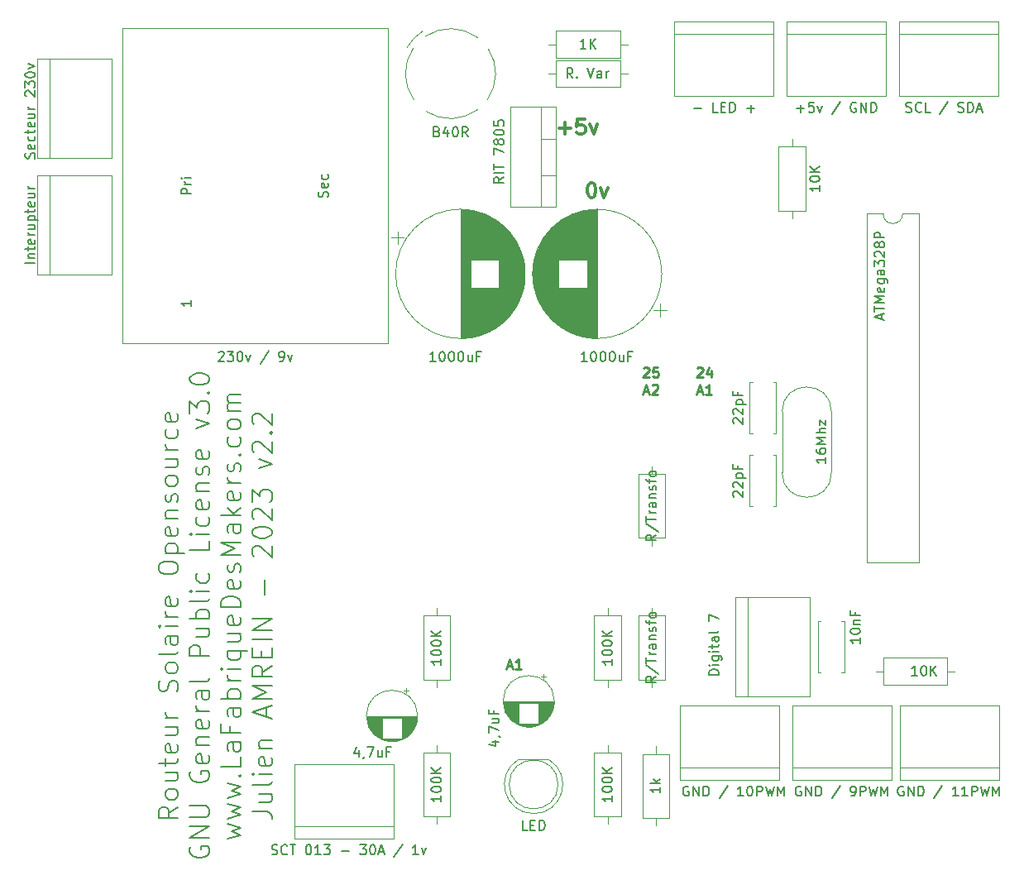
<source format=gto>
G04 #@! TF.GenerationSoftware,KiCad,Pcbnew,5.0.2+dfsg1-1+deb10u1*
G04 #@! TF.CreationDate,2023-11-22T23:09:25+01:00*
G04 #@! TF.ProjectId,RSO-RouteurSolaireOpensource,52534f2d-526f-4757-9465-7572536f6c61,rev?*
G04 #@! TF.SameCoordinates,Original*
G04 #@! TF.FileFunction,Legend,Top*
G04 #@! TF.FilePolarity,Positive*
%FSLAX46Y46*%
G04 Gerber Fmt 4.6, Leading zero omitted, Abs format (unit mm)*
G04 Created by KiCad (PCBNEW 5.0.2+dfsg1-1+deb10u1) date mer. 22 nov. 2023 23:09:25 CET*
%MOMM*%
%LPD*%
G01*
G04 APERTURE LIST*
%ADD10C,0.300000*%
%ADD11C,0.250000*%
%ADD12C,0.200000*%
%ADD13C,0.120000*%
%ADD14C,0.150000*%
G04 APERTURE END LIST*
D10*
X92857142Y-71678571D02*
X93000000Y-71678571D01*
X93142857Y-71750000D01*
X93214285Y-71821428D01*
X93285714Y-71964285D01*
X93357142Y-72250000D01*
X93357142Y-72607142D01*
X93285714Y-72892857D01*
X93214285Y-73035714D01*
X93142857Y-73107142D01*
X93000000Y-73178571D01*
X92857142Y-73178571D01*
X92714285Y-73107142D01*
X92642857Y-73035714D01*
X92571428Y-72892857D01*
X92500000Y-72607142D01*
X92500000Y-72250000D01*
X92571428Y-71964285D01*
X92642857Y-71821428D01*
X92714285Y-71750000D01*
X92857142Y-71678571D01*
X93857142Y-72178571D02*
X94214285Y-73178571D01*
X94571428Y-72178571D01*
X89642857Y-66107142D02*
X90785714Y-66107142D01*
X90214285Y-66678571D02*
X90214285Y-65535714D01*
X92214285Y-65178571D02*
X91500000Y-65178571D01*
X91428571Y-65892857D01*
X91500000Y-65821428D01*
X91642857Y-65750000D01*
X92000000Y-65750000D01*
X92142857Y-65821428D01*
X92214285Y-65892857D01*
X92285714Y-66035714D01*
X92285714Y-66392857D01*
X92214285Y-66535714D01*
X92142857Y-66607142D01*
X92000000Y-66678571D01*
X91642857Y-66678571D01*
X91500000Y-66607142D01*
X91428571Y-66535714D01*
X92785714Y-65678571D02*
X93142857Y-66678571D01*
X93500000Y-65678571D01*
D11*
X98238095Y-90672619D02*
X98285714Y-90625000D01*
X98380952Y-90577380D01*
X98619047Y-90577380D01*
X98714285Y-90625000D01*
X98761904Y-90672619D01*
X98809523Y-90767857D01*
X98809523Y-90863095D01*
X98761904Y-91005952D01*
X98190476Y-91577380D01*
X98809523Y-91577380D01*
X99714285Y-90577380D02*
X99238095Y-90577380D01*
X99190476Y-91053571D01*
X99238095Y-91005952D01*
X99333333Y-90958333D01*
X99571428Y-90958333D01*
X99666666Y-91005952D01*
X99714285Y-91053571D01*
X99761904Y-91148809D01*
X99761904Y-91386904D01*
X99714285Y-91482142D01*
X99666666Y-91529761D01*
X99571428Y-91577380D01*
X99333333Y-91577380D01*
X99238095Y-91529761D01*
X99190476Y-91482142D01*
X98285714Y-93041666D02*
X98761904Y-93041666D01*
X98190476Y-93327380D02*
X98523809Y-92327380D01*
X98857142Y-93327380D01*
X99142857Y-92422619D02*
X99190476Y-92375000D01*
X99285714Y-92327380D01*
X99523809Y-92327380D01*
X99619047Y-92375000D01*
X99666666Y-92422619D01*
X99714285Y-92517857D01*
X99714285Y-92613095D01*
X99666666Y-92755952D01*
X99095238Y-93327380D01*
X99714285Y-93327380D01*
X103738095Y-90672619D02*
X103785714Y-90625000D01*
X103880952Y-90577380D01*
X104119047Y-90577380D01*
X104214285Y-90625000D01*
X104261904Y-90672619D01*
X104309523Y-90767857D01*
X104309523Y-90863095D01*
X104261904Y-91005952D01*
X103690476Y-91577380D01*
X104309523Y-91577380D01*
X105166666Y-90910714D02*
X105166666Y-91577380D01*
X104928571Y-90529761D02*
X104690476Y-91244047D01*
X105309523Y-91244047D01*
X103785714Y-93041666D02*
X104261904Y-93041666D01*
X103690476Y-93327380D02*
X104023809Y-92327380D01*
X104357142Y-93327380D01*
X105214285Y-93327380D02*
X104642857Y-93327380D01*
X104928571Y-93327380D02*
X104928571Y-92327380D01*
X104833333Y-92470238D01*
X104738095Y-92565476D01*
X104642857Y-92613095D01*
X84285714Y-121166666D02*
X84761904Y-121166666D01*
X84190476Y-121452380D02*
X84523809Y-120452380D01*
X84857142Y-121452380D01*
X85714285Y-121452380D02*
X85142857Y-121452380D01*
X85428571Y-121452380D02*
X85428571Y-120452380D01*
X85333333Y-120595238D01*
X85238095Y-120690476D01*
X85142857Y-120738095D01*
D12*
X50604761Y-135571428D02*
X49652380Y-136238095D01*
X50604761Y-136714285D02*
X48604761Y-136714285D01*
X48604761Y-135952380D01*
X48700000Y-135761904D01*
X48795238Y-135666666D01*
X48985714Y-135571428D01*
X49271428Y-135571428D01*
X49461904Y-135666666D01*
X49557142Y-135761904D01*
X49652380Y-135952380D01*
X49652380Y-136714285D01*
X50604761Y-134428571D02*
X50509523Y-134619047D01*
X50414285Y-134714285D01*
X50223809Y-134809523D01*
X49652380Y-134809523D01*
X49461904Y-134714285D01*
X49366666Y-134619047D01*
X49271428Y-134428571D01*
X49271428Y-134142857D01*
X49366666Y-133952380D01*
X49461904Y-133857142D01*
X49652380Y-133761904D01*
X50223809Y-133761904D01*
X50414285Y-133857142D01*
X50509523Y-133952380D01*
X50604761Y-134142857D01*
X50604761Y-134428571D01*
X49271428Y-132047619D02*
X50604761Y-132047619D01*
X49271428Y-132904761D02*
X50319047Y-132904761D01*
X50509523Y-132809523D01*
X50604761Y-132619047D01*
X50604761Y-132333333D01*
X50509523Y-132142857D01*
X50414285Y-132047619D01*
X49271428Y-131380952D02*
X49271428Y-130619047D01*
X48604761Y-131095238D02*
X50319047Y-131095238D01*
X50509523Y-131000000D01*
X50604761Y-130809523D01*
X50604761Y-130619047D01*
X50509523Y-129190476D02*
X50604761Y-129380952D01*
X50604761Y-129761904D01*
X50509523Y-129952380D01*
X50319047Y-130047619D01*
X49557142Y-130047619D01*
X49366666Y-129952380D01*
X49271428Y-129761904D01*
X49271428Y-129380952D01*
X49366666Y-129190476D01*
X49557142Y-129095238D01*
X49747619Y-129095238D01*
X49938095Y-130047619D01*
X49271428Y-127380952D02*
X50604761Y-127380952D01*
X49271428Y-128238095D02*
X50319047Y-128238095D01*
X50509523Y-128142857D01*
X50604761Y-127952380D01*
X50604761Y-127666666D01*
X50509523Y-127476190D01*
X50414285Y-127380952D01*
X50604761Y-126428571D02*
X49271428Y-126428571D01*
X49652380Y-126428571D02*
X49461904Y-126333333D01*
X49366666Y-126238095D01*
X49271428Y-126047619D01*
X49271428Y-125857142D01*
X50509523Y-123761904D02*
X50604761Y-123476190D01*
X50604761Y-123000000D01*
X50509523Y-122809523D01*
X50414285Y-122714285D01*
X50223809Y-122619047D01*
X50033333Y-122619047D01*
X49842857Y-122714285D01*
X49747619Y-122809523D01*
X49652380Y-123000000D01*
X49557142Y-123380952D01*
X49461904Y-123571428D01*
X49366666Y-123666666D01*
X49176190Y-123761904D01*
X48985714Y-123761904D01*
X48795238Y-123666666D01*
X48700000Y-123571428D01*
X48604761Y-123380952D01*
X48604761Y-122904761D01*
X48700000Y-122619047D01*
X50604761Y-121476190D02*
X50509523Y-121666666D01*
X50414285Y-121761904D01*
X50223809Y-121857142D01*
X49652380Y-121857142D01*
X49461904Y-121761904D01*
X49366666Y-121666666D01*
X49271428Y-121476190D01*
X49271428Y-121190476D01*
X49366666Y-121000000D01*
X49461904Y-120904761D01*
X49652380Y-120809523D01*
X50223809Y-120809523D01*
X50414285Y-120904761D01*
X50509523Y-121000000D01*
X50604761Y-121190476D01*
X50604761Y-121476190D01*
X50604761Y-119666666D02*
X50509523Y-119857142D01*
X50319047Y-119952380D01*
X48604761Y-119952380D01*
X50604761Y-118047619D02*
X49557142Y-118047619D01*
X49366666Y-118142857D01*
X49271428Y-118333333D01*
X49271428Y-118714285D01*
X49366666Y-118904761D01*
X50509523Y-118047619D02*
X50604761Y-118238095D01*
X50604761Y-118714285D01*
X50509523Y-118904761D01*
X50319047Y-119000000D01*
X50128571Y-119000000D01*
X49938095Y-118904761D01*
X49842857Y-118714285D01*
X49842857Y-118238095D01*
X49747619Y-118047619D01*
X50604761Y-117095238D02*
X49271428Y-117095238D01*
X48604761Y-117095238D02*
X48700000Y-117190476D01*
X48795238Y-117095238D01*
X48700000Y-117000000D01*
X48604761Y-117095238D01*
X48795238Y-117095238D01*
X50604761Y-116142857D02*
X49271428Y-116142857D01*
X49652380Y-116142857D02*
X49461904Y-116047619D01*
X49366666Y-115952380D01*
X49271428Y-115761904D01*
X49271428Y-115571428D01*
X50509523Y-114142857D02*
X50604761Y-114333333D01*
X50604761Y-114714285D01*
X50509523Y-114904761D01*
X50319047Y-115000000D01*
X49557142Y-115000000D01*
X49366666Y-114904761D01*
X49271428Y-114714285D01*
X49271428Y-114333333D01*
X49366666Y-114142857D01*
X49557142Y-114047619D01*
X49747619Y-114047619D01*
X49938095Y-115000000D01*
X48604761Y-111285714D02*
X48604761Y-110904761D01*
X48700000Y-110714285D01*
X48890476Y-110523809D01*
X49271428Y-110428571D01*
X49938095Y-110428571D01*
X50319047Y-110523809D01*
X50509523Y-110714285D01*
X50604761Y-110904761D01*
X50604761Y-111285714D01*
X50509523Y-111476190D01*
X50319047Y-111666666D01*
X49938095Y-111761904D01*
X49271428Y-111761904D01*
X48890476Y-111666666D01*
X48700000Y-111476190D01*
X48604761Y-111285714D01*
X49271428Y-109571428D02*
X51271428Y-109571428D01*
X49366666Y-109571428D02*
X49271428Y-109380952D01*
X49271428Y-109000000D01*
X49366666Y-108809523D01*
X49461904Y-108714285D01*
X49652380Y-108619047D01*
X50223809Y-108619047D01*
X50414285Y-108714285D01*
X50509523Y-108809523D01*
X50604761Y-109000000D01*
X50604761Y-109380952D01*
X50509523Y-109571428D01*
X50509523Y-107000000D02*
X50604761Y-107190476D01*
X50604761Y-107571428D01*
X50509523Y-107761904D01*
X50319047Y-107857142D01*
X49557142Y-107857142D01*
X49366666Y-107761904D01*
X49271428Y-107571428D01*
X49271428Y-107190476D01*
X49366666Y-107000000D01*
X49557142Y-106904761D01*
X49747619Y-106904761D01*
X49938095Y-107857142D01*
X49271428Y-106047619D02*
X50604761Y-106047619D01*
X49461904Y-106047619D02*
X49366666Y-105952380D01*
X49271428Y-105761904D01*
X49271428Y-105476190D01*
X49366666Y-105285714D01*
X49557142Y-105190476D01*
X50604761Y-105190476D01*
X50509523Y-104333333D02*
X50604761Y-104142857D01*
X50604761Y-103761904D01*
X50509523Y-103571428D01*
X50319047Y-103476190D01*
X50223809Y-103476190D01*
X50033333Y-103571428D01*
X49938095Y-103761904D01*
X49938095Y-104047619D01*
X49842857Y-104238095D01*
X49652380Y-104333333D01*
X49557142Y-104333333D01*
X49366666Y-104238095D01*
X49271428Y-104047619D01*
X49271428Y-103761904D01*
X49366666Y-103571428D01*
X50604761Y-102333333D02*
X50509523Y-102523809D01*
X50414285Y-102619047D01*
X50223809Y-102714285D01*
X49652380Y-102714285D01*
X49461904Y-102619047D01*
X49366666Y-102523809D01*
X49271428Y-102333333D01*
X49271428Y-102047619D01*
X49366666Y-101857142D01*
X49461904Y-101761904D01*
X49652380Y-101666666D01*
X50223809Y-101666666D01*
X50414285Y-101761904D01*
X50509523Y-101857142D01*
X50604761Y-102047619D01*
X50604761Y-102333333D01*
X49271428Y-99952380D02*
X50604761Y-99952380D01*
X49271428Y-100809523D02*
X50319047Y-100809523D01*
X50509523Y-100714285D01*
X50604761Y-100523809D01*
X50604761Y-100238095D01*
X50509523Y-100047619D01*
X50414285Y-99952380D01*
X50604761Y-99000000D02*
X49271428Y-99000000D01*
X49652380Y-99000000D02*
X49461904Y-98904761D01*
X49366666Y-98809523D01*
X49271428Y-98619047D01*
X49271428Y-98428571D01*
X50509523Y-96904761D02*
X50604761Y-97095238D01*
X50604761Y-97476190D01*
X50509523Y-97666666D01*
X50414285Y-97761904D01*
X50223809Y-97857142D01*
X49652380Y-97857142D01*
X49461904Y-97761904D01*
X49366666Y-97666666D01*
X49271428Y-97476190D01*
X49271428Y-97095238D01*
X49366666Y-96904761D01*
X50509523Y-95285714D02*
X50604761Y-95476190D01*
X50604761Y-95857142D01*
X50509523Y-96047619D01*
X50319047Y-96142857D01*
X49557142Y-96142857D01*
X49366666Y-96047619D01*
X49271428Y-95857142D01*
X49271428Y-95476190D01*
X49366666Y-95285714D01*
X49557142Y-95190476D01*
X49747619Y-95190476D01*
X49938095Y-96142857D01*
X51900000Y-139666666D02*
X51804761Y-139857142D01*
X51804761Y-140142857D01*
X51900000Y-140428571D01*
X52090476Y-140619047D01*
X52280952Y-140714285D01*
X52661904Y-140809523D01*
X52947619Y-140809523D01*
X53328571Y-140714285D01*
X53519047Y-140619047D01*
X53709523Y-140428571D01*
X53804761Y-140142857D01*
X53804761Y-139952380D01*
X53709523Y-139666666D01*
X53614285Y-139571428D01*
X52947619Y-139571428D01*
X52947619Y-139952380D01*
X53804761Y-138714285D02*
X51804761Y-138714285D01*
X53804761Y-137571428D01*
X51804761Y-137571428D01*
X51804761Y-136619047D02*
X53423809Y-136619047D01*
X53614285Y-136523809D01*
X53709523Y-136428571D01*
X53804761Y-136238095D01*
X53804761Y-135857142D01*
X53709523Y-135666666D01*
X53614285Y-135571428D01*
X53423809Y-135476190D01*
X51804761Y-135476190D01*
X51900000Y-131952380D02*
X51804761Y-132142857D01*
X51804761Y-132428571D01*
X51900000Y-132714285D01*
X52090476Y-132904761D01*
X52280952Y-133000000D01*
X52661904Y-133095238D01*
X52947619Y-133095238D01*
X53328571Y-133000000D01*
X53519047Y-132904761D01*
X53709523Y-132714285D01*
X53804761Y-132428571D01*
X53804761Y-132238095D01*
X53709523Y-131952380D01*
X53614285Y-131857142D01*
X52947619Y-131857142D01*
X52947619Y-132238095D01*
X53709523Y-130238095D02*
X53804761Y-130428571D01*
X53804761Y-130809523D01*
X53709523Y-131000000D01*
X53519047Y-131095238D01*
X52757142Y-131095238D01*
X52566666Y-131000000D01*
X52471428Y-130809523D01*
X52471428Y-130428571D01*
X52566666Y-130238095D01*
X52757142Y-130142857D01*
X52947619Y-130142857D01*
X53138095Y-131095238D01*
X52471428Y-129285714D02*
X53804761Y-129285714D01*
X52661904Y-129285714D02*
X52566666Y-129190476D01*
X52471428Y-129000000D01*
X52471428Y-128714285D01*
X52566666Y-128523809D01*
X52757142Y-128428571D01*
X53804761Y-128428571D01*
X53709523Y-126714285D02*
X53804761Y-126904761D01*
X53804761Y-127285714D01*
X53709523Y-127476190D01*
X53519047Y-127571428D01*
X52757142Y-127571428D01*
X52566666Y-127476190D01*
X52471428Y-127285714D01*
X52471428Y-126904761D01*
X52566666Y-126714285D01*
X52757142Y-126619047D01*
X52947619Y-126619047D01*
X53138095Y-127571428D01*
X53804761Y-125761904D02*
X52471428Y-125761904D01*
X52852380Y-125761904D02*
X52661904Y-125666666D01*
X52566666Y-125571428D01*
X52471428Y-125380952D01*
X52471428Y-125190476D01*
X53804761Y-123666666D02*
X52757142Y-123666666D01*
X52566666Y-123761904D01*
X52471428Y-123952380D01*
X52471428Y-124333333D01*
X52566666Y-124523809D01*
X53709523Y-123666666D02*
X53804761Y-123857142D01*
X53804761Y-124333333D01*
X53709523Y-124523809D01*
X53519047Y-124619047D01*
X53328571Y-124619047D01*
X53138095Y-124523809D01*
X53042857Y-124333333D01*
X53042857Y-123857142D01*
X52947619Y-123666666D01*
X53804761Y-122428571D02*
X53709523Y-122619047D01*
X53519047Y-122714285D01*
X51804761Y-122714285D01*
X53804761Y-120142857D02*
X51804761Y-120142857D01*
X51804761Y-119380952D01*
X51900000Y-119190476D01*
X51995238Y-119095238D01*
X52185714Y-119000000D01*
X52471428Y-119000000D01*
X52661904Y-119095238D01*
X52757142Y-119190476D01*
X52852380Y-119380952D01*
X52852380Y-120142857D01*
X52471428Y-117285714D02*
X53804761Y-117285714D01*
X52471428Y-118142857D02*
X53519047Y-118142857D01*
X53709523Y-118047619D01*
X53804761Y-117857142D01*
X53804761Y-117571428D01*
X53709523Y-117380952D01*
X53614285Y-117285714D01*
X53804761Y-116333333D02*
X51804761Y-116333333D01*
X52566666Y-116333333D02*
X52471428Y-116142857D01*
X52471428Y-115761904D01*
X52566666Y-115571428D01*
X52661904Y-115476190D01*
X52852380Y-115380952D01*
X53423809Y-115380952D01*
X53614285Y-115476190D01*
X53709523Y-115571428D01*
X53804761Y-115761904D01*
X53804761Y-116142857D01*
X53709523Y-116333333D01*
X53804761Y-114238095D02*
X53709523Y-114428571D01*
X53519047Y-114523809D01*
X51804761Y-114523809D01*
X53804761Y-113476190D02*
X52471428Y-113476190D01*
X51804761Y-113476190D02*
X51900000Y-113571428D01*
X51995238Y-113476190D01*
X51900000Y-113380952D01*
X51804761Y-113476190D01*
X51995238Y-113476190D01*
X53709523Y-111666666D02*
X53804761Y-111857142D01*
X53804761Y-112238095D01*
X53709523Y-112428571D01*
X53614285Y-112523809D01*
X53423809Y-112619047D01*
X52852380Y-112619047D01*
X52661904Y-112523809D01*
X52566666Y-112428571D01*
X52471428Y-112238095D01*
X52471428Y-111857142D01*
X52566666Y-111666666D01*
X53804761Y-108333333D02*
X53804761Y-109285714D01*
X51804761Y-109285714D01*
X53804761Y-107666666D02*
X52471428Y-107666666D01*
X51804761Y-107666666D02*
X51900000Y-107761904D01*
X51995238Y-107666666D01*
X51900000Y-107571428D01*
X51804761Y-107666666D01*
X51995238Y-107666666D01*
X53709523Y-105857142D02*
X53804761Y-106047619D01*
X53804761Y-106428571D01*
X53709523Y-106619047D01*
X53614285Y-106714285D01*
X53423809Y-106809523D01*
X52852380Y-106809523D01*
X52661904Y-106714285D01*
X52566666Y-106619047D01*
X52471428Y-106428571D01*
X52471428Y-106047619D01*
X52566666Y-105857142D01*
X53709523Y-104238095D02*
X53804761Y-104428571D01*
X53804761Y-104809523D01*
X53709523Y-105000000D01*
X53519047Y-105095238D01*
X52757142Y-105095238D01*
X52566666Y-105000000D01*
X52471428Y-104809523D01*
X52471428Y-104428571D01*
X52566666Y-104238095D01*
X52757142Y-104142857D01*
X52947619Y-104142857D01*
X53138095Y-105095238D01*
X52471428Y-103285714D02*
X53804761Y-103285714D01*
X52661904Y-103285714D02*
X52566666Y-103190476D01*
X52471428Y-103000000D01*
X52471428Y-102714285D01*
X52566666Y-102523809D01*
X52757142Y-102428571D01*
X53804761Y-102428571D01*
X53709523Y-101571428D02*
X53804761Y-101380952D01*
X53804761Y-101000000D01*
X53709523Y-100809523D01*
X53519047Y-100714285D01*
X53423809Y-100714285D01*
X53233333Y-100809523D01*
X53138095Y-101000000D01*
X53138095Y-101285714D01*
X53042857Y-101476190D01*
X52852380Y-101571428D01*
X52757142Y-101571428D01*
X52566666Y-101476190D01*
X52471428Y-101285714D01*
X52471428Y-101000000D01*
X52566666Y-100809523D01*
X53709523Y-99095238D02*
X53804761Y-99285714D01*
X53804761Y-99666666D01*
X53709523Y-99857142D01*
X53519047Y-99952380D01*
X52757142Y-99952380D01*
X52566666Y-99857142D01*
X52471428Y-99666666D01*
X52471428Y-99285714D01*
X52566666Y-99095238D01*
X52757142Y-99000000D01*
X52947619Y-99000000D01*
X53138095Y-99952380D01*
X52471428Y-96809523D02*
X53804761Y-96333333D01*
X52471428Y-95857142D01*
X51804761Y-95285714D02*
X51804761Y-94047619D01*
X52566666Y-94714285D01*
X52566666Y-94428571D01*
X52661904Y-94238095D01*
X52757142Y-94142857D01*
X52947619Y-94047619D01*
X53423809Y-94047619D01*
X53614285Y-94142857D01*
X53709523Y-94238095D01*
X53804761Y-94428571D01*
X53804761Y-95000000D01*
X53709523Y-95190476D01*
X53614285Y-95285714D01*
X53614285Y-93190476D02*
X53709523Y-93095238D01*
X53804761Y-93190476D01*
X53709523Y-93285714D01*
X53614285Y-93190476D01*
X53804761Y-93190476D01*
X51804761Y-91857142D02*
X51804761Y-91666666D01*
X51900000Y-91476190D01*
X51995238Y-91380952D01*
X52185714Y-91285714D01*
X52566666Y-91190476D01*
X53042857Y-91190476D01*
X53423809Y-91285714D01*
X53614285Y-91380952D01*
X53709523Y-91476190D01*
X53804761Y-91666666D01*
X53804761Y-91857142D01*
X53709523Y-92047619D01*
X53614285Y-92142857D01*
X53423809Y-92238095D01*
X53042857Y-92333333D01*
X52566666Y-92333333D01*
X52185714Y-92238095D01*
X51995238Y-92142857D01*
X51900000Y-92047619D01*
X51804761Y-91857142D01*
X55671428Y-138857142D02*
X57004761Y-138476190D01*
X56052380Y-138095238D01*
X57004761Y-137714285D01*
X55671428Y-137333333D01*
X55671428Y-136761904D02*
X57004761Y-136380952D01*
X56052380Y-136000000D01*
X57004761Y-135619047D01*
X55671428Y-135238095D01*
X55671428Y-134666666D02*
X57004761Y-134285714D01*
X56052380Y-133904761D01*
X57004761Y-133523809D01*
X55671428Y-133142857D01*
X56814285Y-132380952D02*
X56909523Y-132285714D01*
X57004761Y-132380952D01*
X56909523Y-132476190D01*
X56814285Y-132380952D01*
X57004761Y-132380952D01*
X57004761Y-130476190D02*
X57004761Y-131428571D01*
X55004761Y-131428571D01*
X57004761Y-128952380D02*
X55957142Y-128952380D01*
X55766666Y-129047619D01*
X55671428Y-129238095D01*
X55671428Y-129619047D01*
X55766666Y-129809523D01*
X56909523Y-128952380D02*
X57004761Y-129142857D01*
X57004761Y-129619047D01*
X56909523Y-129809523D01*
X56719047Y-129904761D01*
X56528571Y-129904761D01*
X56338095Y-129809523D01*
X56242857Y-129619047D01*
X56242857Y-129142857D01*
X56147619Y-128952380D01*
X55957142Y-127333333D02*
X55957142Y-128000000D01*
X57004761Y-128000000D02*
X55004761Y-128000000D01*
X55004761Y-127047619D01*
X57004761Y-125428571D02*
X55957142Y-125428571D01*
X55766666Y-125523809D01*
X55671428Y-125714285D01*
X55671428Y-126095238D01*
X55766666Y-126285714D01*
X56909523Y-125428571D02*
X57004761Y-125619047D01*
X57004761Y-126095238D01*
X56909523Y-126285714D01*
X56719047Y-126380952D01*
X56528571Y-126380952D01*
X56338095Y-126285714D01*
X56242857Y-126095238D01*
X56242857Y-125619047D01*
X56147619Y-125428571D01*
X57004761Y-124476190D02*
X55004761Y-124476190D01*
X55766666Y-124476190D02*
X55671428Y-124285714D01*
X55671428Y-123904761D01*
X55766666Y-123714285D01*
X55861904Y-123619047D01*
X56052380Y-123523809D01*
X56623809Y-123523809D01*
X56814285Y-123619047D01*
X56909523Y-123714285D01*
X57004761Y-123904761D01*
X57004761Y-124285714D01*
X56909523Y-124476190D01*
X57004761Y-122666666D02*
X55671428Y-122666666D01*
X56052380Y-122666666D02*
X55861904Y-122571428D01*
X55766666Y-122476190D01*
X55671428Y-122285714D01*
X55671428Y-122095238D01*
X57004761Y-121428571D02*
X55671428Y-121428571D01*
X55004761Y-121428571D02*
X55100000Y-121523809D01*
X55195238Y-121428571D01*
X55100000Y-121333333D01*
X55004761Y-121428571D01*
X55195238Y-121428571D01*
X55671428Y-119619047D02*
X57671428Y-119619047D01*
X56909523Y-119619047D02*
X57004761Y-119809523D01*
X57004761Y-120190476D01*
X56909523Y-120380952D01*
X56814285Y-120476190D01*
X56623809Y-120571428D01*
X56052380Y-120571428D01*
X55861904Y-120476190D01*
X55766666Y-120380952D01*
X55671428Y-120190476D01*
X55671428Y-119809523D01*
X55766666Y-119619047D01*
X55671428Y-117809523D02*
X57004761Y-117809523D01*
X55671428Y-118666666D02*
X56719047Y-118666666D01*
X56909523Y-118571428D01*
X57004761Y-118380952D01*
X57004761Y-118095238D01*
X56909523Y-117904761D01*
X56814285Y-117809523D01*
X56909523Y-116095238D02*
X57004761Y-116285714D01*
X57004761Y-116666666D01*
X56909523Y-116857142D01*
X56719047Y-116952380D01*
X55957142Y-116952380D01*
X55766666Y-116857142D01*
X55671428Y-116666666D01*
X55671428Y-116285714D01*
X55766666Y-116095238D01*
X55957142Y-116000000D01*
X56147619Y-116000000D01*
X56338095Y-116952380D01*
X57004761Y-115142857D02*
X55004761Y-115142857D01*
X55004761Y-114666666D01*
X55100000Y-114380952D01*
X55290476Y-114190476D01*
X55480952Y-114095238D01*
X55861904Y-114000000D01*
X56147619Y-114000000D01*
X56528571Y-114095238D01*
X56719047Y-114190476D01*
X56909523Y-114380952D01*
X57004761Y-114666666D01*
X57004761Y-115142857D01*
X56909523Y-112380952D02*
X57004761Y-112571428D01*
X57004761Y-112952380D01*
X56909523Y-113142857D01*
X56719047Y-113238095D01*
X55957142Y-113238095D01*
X55766666Y-113142857D01*
X55671428Y-112952380D01*
X55671428Y-112571428D01*
X55766666Y-112380952D01*
X55957142Y-112285714D01*
X56147619Y-112285714D01*
X56338095Y-113238095D01*
X56909523Y-111523809D02*
X57004761Y-111333333D01*
X57004761Y-110952380D01*
X56909523Y-110761904D01*
X56719047Y-110666666D01*
X56623809Y-110666666D01*
X56433333Y-110761904D01*
X56338095Y-110952380D01*
X56338095Y-111238095D01*
X56242857Y-111428571D01*
X56052380Y-111523809D01*
X55957142Y-111523809D01*
X55766666Y-111428571D01*
X55671428Y-111238095D01*
X55671428Y-110952380D01*
X55766666Y-110761904D01*
X57004761Y-109809523D02*
X55004761Y-109809523D01*
X56433333Y-109142857D01*
X55004761Y-108476190D01*
X57004761Y-108476190D01*
X57004761Y-106666666D02*
X55957142Y-106666666D01*
X55766666Y-106761904D01*
X55671428Y-106952380D01*
X55671428Y-107333333D01*
X55766666Y-107523809D01*
X56909523Y-106666666D02*
X57004761Y-106857142D01*
X57004761Y-107333333D01*
X56909523Y-107523809D01*
X56719047Y-107619047D01*
X56528571Y-107619047D01*
X56338095Y-107523809D01*
X56242857Y-107333333D01*
X56242857Y-106857142D01*
X56147619Y-106666666D01*
X57004761Y-105714285D02*
X55004761Y-105714285D01*
X56242857Y-105523809D02*
X57004761Y-104952380D01*
X55671428Y-104952380D02*
X56433333Y-105714285D01*
X56909523Y-103333333D02*
X57004761Y-103523809D01*
X57004761Y-103904761D01*
X56909523Y-104095238D01*
X56719047Y-104190476D01*
X55957142Y-104190476D01*
X55766666Y-104095238D01*
X55671428Y-103904761D01*
X55671428Y-103523809D01*
X55766666Y-103333333D01*
X55957142Y-103238095D01*
X56147619Y-103238095D01*
X56338095Y-104190476D01*
X57004761Y-102380952D02*
X55671428Y-102380952D01*
X56052380Y-102380952D02*
X55861904Y-102285714D01*
X55766666Y-102190476D01*
X55671428Y-102000000D01*
X55671428Y-101809523D01*
X56909523Y-101238095D02*
X57004761Y-101047619D01*
X57004761Y-100666666D01*
X56909523Y-100476190D01*
X56719047Y-100380952D01*
X56623809Y-100380952D01*
X56433333Y-100476190D01*
X56338095Y-100666666D01*
X56338095Y-100952380D01*
X56242857Y-101142857D01*
X56052380Y-101238095D01*
X55957142Y-101238095D01*
X55766666Y-101142857D01*
X55671428Y-100952380D01*
X55671428Y-100666666D01*
X55766666Y-100476190D01*
X56814285Y-99523809D02*
X56909523Y-99428571D01*
X57004761Y-99523809D01*
X56909523Y-99619047D01*
X56814285Y-99523809D01*
X57004761Y-99523809D01*
X56909523Y-97714285D02*
X57004761Y-97904761D01*
X57004761Y-98285714D01*
X56909523Y-98476190D01*
X56814285Y-98571428D01*
X56623809Y-98666666D01*
X56052380Y-98666666D01*
X55861904Y-98571428D01*
X55766666Y-98476190D01*
X55671428Y-98285714D01*
X55671428Y-97904761D01*
X55766666Y-97714285D01*
X57004761Y-96571428D02*
X56909523Y-96761904D01*
X56814285Y-96857142D01*
X56623809Y-96952380D01*
X56052380Y-96952380D01*
X55861904Y-96857142D01*
X55766666Y-96761904D01*
X55671428Y-96571428D01*
X55671428Y-96285714D01*
X55766666Y-96095238D01*
X55861904Y-96000000D01*
X56052380Y-95904761D01*
X56623809Y-95904761D01*
X56814285Y-96000000D01*
X56909523Y-96095238D01*
X57004761Y-96285714D01*
X57004761Y-96571428D01*
X57004761Y-95047619D02*
X55671428Y-95047619D01*
X55861904Y-95047619D02*
X55766666Y-94952380D01*
X55671428Y-94761904D01*
X55671428Y-94476190D01*
X55766666Y-94285714D01*
X55957142Y-94190476D01*
X57004761Y-94190476D01*
X55957142Y-94190476D02*
X55766666Y-94095238D01*
X55671428Y-93904761D01*
X55671428Y-93619047D01*
X55766666Y-93428571D01*
X55957142Y-93333333D01*
X57004761Y-93333333D01*
X58204761Y-136047619D02*
X59633333Y-136047619D01*
X59919047Y-136142857D01*
X60109523Y-136333333D01*
X60204761Y-136619047D01*
X60204761Y-136809523D01*
X58871428Y-134238095D02*
X60204761Y-134238095D01*
X58871428Y-135095238D02*
X59919047Y-135095238D01*
X60109523Y-135000000D01*
X60204761Y-134809523D01*
X60204761Y-134523809D01*
X60109523Y-134333333D01*
X60014285Y-134238095D01*
X60204761Y-133000000D02*
X60109523Y-133190476D01*
X59919047Y-133285714D01*
X58204761Y-133285714D01*
X60204761Y-132238095D02*
X58871428Y-132238095D01*
X58204761Y-132238095D02*
X58300000Y-132333333D01*
X58395238Y-132238095D01*
X58300000Y-132142857D01*
X58204761Y-132238095D01*
X58395238Y-132238095D01*
X60109523Y-130523809D02*
X60204761Y-130714285D01*
X60204761Y-131095238D01*
X60109523Y-131285714D01*
X59919047Y-131380952D01*
X59157142Y-131380952D01*
X58966666Y-131285714D01*
X58871428Y-131095238D01*
X58871428Y-130714285D01*
X58966666Y-130523809D01*
X59157142Y-130428571D01*
X59347619Y-130428571D01*
X59538095Y-131380952D01*
X58871428Y-129571428D02*
X60204761Y-129571428D01*
X59061904Y-129571428D02*
X58966666Y-129476190D01*
X58871428Y-129285714D01*
X58871428Y-129000000D01*
X58966666Y-128809523D01*
X59157142Y-128714285D01*
X60204761Y-128714285D01*
X59633333Y-126333333D02*
X59633333Y-125380952D01*
X60204761Y-126523809D02*
X58204761Y-125857142D01*
X60204761Y-125190476D01*
X60204761Y-124523809D02*
X58204761Y-124523809D01*
X59633333Y-123857142D01*
X58204761Y-123190476D01*
X60204761Y-123190476D01*
X60204761Y-121095238D02*
X59252380Y-121761904D01*
X60204761Y-122238095D02*
X58204761Y-122238095D01*
X58204761Y-121476190D01*
X58300000Y-121285714D01*
X58395238Y-121190476D01*
X58585714Y-121095238D01*
X58871428Y-121095238D01*
X59061904Y-121190476D01*
X59157142Y-121285714D01*
X59252380Y-121476190D01*
X59252380Y-122238095D01*
X59157142Y-120238095D02*
X59157142Y-119571428D01*
X60204761Y-119285714D02*
X60204761Y-120238095D01*
X58204761Y-120238095D01*
X58204761Y-119285714D01*
X60204761Y-118428571D02*
X58204761Y-118428571D01*
X60204761Y-117476190D02*
X58204761Y-117476190D01*
X60204761Y-116333333D01*
X58204761Y-116333333D01*
X59442857Y-113857142D02*
X59442857Y-112333333D01*
X58395238Y-109952380D02*
X58300000Y-109857142D01*
X58204761Y-109666666D01*
X58204761Y-109190476D01*
X58300000Y-109000000D01*
X58395238Y-108904761D01*
X58585714Y-108809523D01*
X58776190Y-108809523D01*
X59061904Y-108904761D01*
X60204761Y-110047619D01*
X60204761Y-108809523D01*
X58204761Y-107571428D02*
X58204761Y-107380952D01*
X58300000Y-107190476D01*
X58395238Y-107095238D01*
X58585714Y-107000000D01*
X58966666Y-106904761D01*
X59442857Y-106904761D01*
X59823809Y-107000000D01*
X60014285Y-107095238D01*
X60109523Y-107190476D01*
X60204761Y-107380952D01*
X60204761Y-107571428D01*
X60109523Y-107761904D01*
X60014285Y-107857142D01*
X59823809Y-107952380D01*
X59442857Y-108047619D01*
X58966666Y-108047619D01*
X58585714Y-107952380D01*
X58395238Y-107857142D01*
X58300000Y-107761904D01*
X58204761Y-107571428D01*
X58395238Y-106142857D02*
X58300000Y-106047619D01*
X58204761Y-105857142D01*
X58204761Y-105380952D01*
X58300000Y-105190476D01*
X58395238Y-105095238D01*
X58585714Y-105000000D01*
X58776190Y-105000000D01*
X59061904Y-105095238D01*
X60204761Y-106238095D01*
X60204761Y-105000000D01*
X58204761Y-104333333D02*
X58204761Y-103095238D01*
X58966666Y-103761904D01*
X58966666Y-103476190D01*
X59061904Y-103285714D01*
X59157142Y-103190476D01*
X59347619Y-103095238D01*
X59823809Y-103095238D01*
X60014285Y-103190476D01*
X60109523Y-103285714D01*
X60204761Y-103476190D01*
X60204761Y-104047619D01*
X60109523Y-104238095D01*
X60014285Y-104333333D01*
X58871428Y-100904761D02*
X60204761Y-100428571D01*
X58871428Y-99952380D01*
X58395238Y-99285714D02*
X58300000Y-99190476D01*
X58204761Y-99000000D01*
X58204761Y-98523809D01*
X58300000Y-98333333D01*
X58395238Y-98238095D01*
X58585714Y-98142857D01*
X58776190Y-98142857D01*
X59061904Y-98238095D01*
X60204761Y-99380952D01*
X60204761Y-98142857D01*
X60014285Y-97285714D02*
X60109523Y-97190476D01*
X60204761Y-97285714D01*
X60109523Y-97380952D01*
X60014285Y-97285714D01*
X60204761Y-97285714D01*
X58395238Y-96428571D02*
X58300000Y-96333333D01*
X58204761Y-96142857D01*
X58204761Y-95666666D01*
X58300000Y-95476190D01*
X58395238Y-95380952D01*
X58585714Y-95285714D01*
X58776190Y-95285714D01*
X59061904Y-95380952D01*
X60204761Y-96523809D01*
X60204761Y-95285714D01*
D13*
G04 #@! TO.C,Interupteur*
X37460000Y-81120000D02*
X37460000Y-70960000D01*
X36190000Y-81120000D02*
X43810000Y-81120000D01*
X43810000Y-81120000D02*
X43810000Y-70960000D01*
X43810000Y-70960000D02*
X36190000Y-70960000D01*
X36190000Y-70960000D02*
X36190000Y-81120000D01*
G04 #@! TO.C,Secteur 230v *
X36190000Y-58960000D02*
X36190000Y-69120000D01*
X43810000Y-58960000D02*
X36190000Y-58960000D01*
X43810000Y-69120000D02*
X43810000Y-58960000D01*
X36190000Y-69120000D02*
X43810000Y-69120000D01*
X37460000Y-69120000D02*
X37460000Y-58960000D01*
G04 #@! TO.C,SCT 013 - 30A / 1v*
X62540000Y-138810000D02*
X72700000Y-138810000D01*
X62540000Y-131190000D02*
X62540000Y-138810000D01*
X72700000Y-131190000D02*
X62540000Y-131190000D01*
X72700000Y-138810000D02*
X72700000Y-131190000D01*
X72700000Y-137540000D02*
X62540000Y-137540000D01*
G04 #@! TO.C,1k*
X98130000Y-136690000D02*
X100870000Y-136690000D01*
X100870000Y-136690000D02*
X100870000Y-130150000D01*
X100870000Y-130150000D02*
X98130000Y-130150000D01*
X98130000Y-130150000D02*
X98130000Y-136690000D01*
X99500000Y-137460000D02*
X99500000Y-136690000D01*
X99500000Y-129380000D02*
X99500000Y-130150000D01*
G04 #@! TO.C,LED*
X88545000Y-130710000D02*
X85455000Y-130710000D01*
X89500000Y-133270000D02*
G75*
G03X89500000Y-133270000I-2500000J0D01*
G01*
X87000462Y-136260000D02*
G75*
G02X85455170Y-130710000I-462J2990000D01*
G01*
X86999538Y-136260000D02*
G75*
G03X88544830Y-130710000I462J2990000D01*
G01*
G04 #@! TO.C,- LED +*
X101380000Y-56460000D02*
X111540000Y-56460000D01*
X101380000Y-55190000D02*
X101380000Y-62810000D01*
X101380000Y-62810000D02*
X111540000Y-62810000D01*
X111540000Y-62810000D02*
X111540000Y-55190000D01*
X111540000Y-55190000D02*
X101380000Y-55190000D01*
G04 #@! TO.C,GND / 10PWM*
X112120000Y-131540000D02*
X101960000Y-131540000D01*
X112120000Y-132810000D02*
X112120000Y-125190000D01*
X112120000Y-125190000D02*
X101960000Y-125190000D01*
X101960000Y-125190000D02*
X101960000Y-132810000D01*
X101960000Y-132810000D02*
X112120000Y-132810000D01*
G04 #@! TO.C,GND / 11PWM*
X134620000Y-131540000D02*
X124460000Y-131540000D01*
X134620000Y-132810000D02*
X134620000Y-125190000D01*
X134620000Y-125190000D02*
X124460000Y-125190000D01*
X124460000Y-125190000D02*
X124460000Y-132810000D01*
X124460000Y-132810000D02*
X134620000Y-132810000D01*
G04 #@! TO.C,GND / 9PWM*
X113460000Y-132810000D02*
X123620000Y-132810000D01*
X113460000Y-125190000D02*
X113460000Y-132810000D01*
X123620000Y-125190000D02*
X113460000Y-125190000D01*
X123620000Y-132810000D02*
X123620000Y-125190000D01*
X123620000Y-131540000D02*
X113460000Y-131540000D01*
G04 #@! TO.C,230v / 9v*
X72120000Y-88120000D02*
X44880000Y-88120000D01*
X72120000Y-88120000D02*
X72120000Y-55880000D01*
X44880000Y-55880000D02*
X44880000Y-88120000D01*
X44880000Y-55880000D02*
X72120000Y-55880000D01*
G04 #@! TO.C,R/Transfo*
X99076987Y-108807034D02*
X99076987Y-108037034D01*
X99076987Y-100727034D02*
X99076987Y-101497034D01*
X100446987Y-108037034D02*
X100446987Y-101497034D01*
X97706987Y-108037034D02*
X100446987Y-108037034D01*
X97706987Y-101497034D02*
X97706987Y-108037034D01*
X100446987Y-101497034D02*
X97706987Y-101497034D01*
X99076987Y-123307034D02*
X99076987Y-122537034D01*
X99076987Y-115227034D02*
X99076987Y-115997034D01*
X100446987Y-122537034D02*
X100446987Y-115997034D01*
X97706987Y-122537034D02*
X100446987Y-122537034D01*
X97706987Y-115997034D02*
X97706987Y-122537034D01*
X100446987Y-115997034D02*
X97706987Y-115997034D01*
G04 #@! TO.C,4\002C7uF*
X88225000Y-122195225D02*
X87725000Y-122195225D01*
X87975000Y-121945225D02*
X87975000Y-122445225D01*
X86784000Y-127351000D02*
X86216000Y-127351000D01*
X87018000Y-127311000D02*
X85982000Y-127311000D01*
X87177000Y-127271000D02*
X85823000Y-127271000D01*
X87305000Y-127231000D02*
X85695000Y-127231000D01*
X87415000Y-127191000D02*
X85585000Y-127191000D01*
X87511000Y-127151000D02*
X85489000Y-127151000D01*
X87598000Y-127111000D02*
X85402000Y-127111000D01*
X87678000Y-127071000D02*
X85322000Y-127071000D01*
X85460000Y-127031000D02*
X85249000Y-127031000D01*
X87751000Y-127031000D02*
X87540000Y-127031000D01*
X85460000Y-126991000D02*
X85181000Y-126991000D01*
X87819000Y-126991000D02*
X87540000Y-126991000D01*
X85460000Y-126951000D02*
X85117000Y-126951000D01*
X87883000Y-126951000D02*
X87540000Y-126951000D01*
X85460000Y-126911000D02*
X85057000Y-126911000D01*
X87943000Y-126911000D02*
X87540000Y-126911000D01*
X85460000Y-126871000D02*
X85000000Y-126871000D01*
X88000000Y-126871000D02*
X87540000Y-126871000D01*
X85460000Y-126831000D02*
X84946000Y-126831000D01*
X88054000Y-126831000D02*
X87540000Y-126831000D01*
X85460000Y-126791000D02*
X84895000Y-126791000D01*
X88105000Y-126791000D02*
X87540000Y-126791000D01*
X85460000Y-126751000D02*
X84847000Y-126751000D01*
X88153000Y-126751000D02*
X87540000Y-126751000D01*
X85460000Y-126711000D02*
X84801000Y-126711000D01*
X88199000Y-126711000D02*
X87540000Y-126711000D01*
X85460000Y-126671000D02*
X84757000Y-126671000D01*
X88243000Y-126671000D02*
X87540000Y-126671000D01*
X85460000Y-126631000D02*
X84715000Y-126631000D01*
X88285000Y-126631000D02*
X87540000Y-126631000D01*
X85460000Y-126591000D02*
X84674000Y-126591000D01*
X88326000Y-126591000D02*
X87540000Y-126591000D01*
X85460000Y-126551000D02*
X84636000Y-126551000D01*
X88364000Y-126551000D02*
X87540000Y-126551000D01*
X85460000Y-126511000D02*
X84599000Y-126511000D01*
X88401000Y-126511000D02*
X87540000Y-126511000D01*
X85460000Y-126471000D02*
X84563000Y-126471000D01*
X88437000Y-126471000D02*
X87540000Y-126471000D01*
X85460000Y-126431000D02*
X84529000Y-126431000D01*
X88471000Y-126431000D02*
X87540000Y-126431000D01*
X85460000Y-126391000D02*
X84496000Y-126391000D01*
X88504000Y-126391000D02*
X87540000Y-126391000D01*
X85460000Y-126351000D02*
X84465000Y-126351000D01*
X88535000Y-126351000D02*
X87540000Y-126351000D01*
X85460000Y-126311000D02*
X84435000Y-126311000D01*
X88565000Y-126311000D02*
X87540000Y-126311000D01*
X85460000Y-126271000D02*
X84405000Y-126271000D01*
X88595000Y-126271000D02*
X87540000Y-126271000D01*
X85460000Y-126231000D02*
X84378000Y-126231000D01*
X88622000Y-126231000D02*
X87540000Y-126231000D01*
X85460000Y-126191000D02*
X84351000Y-126191000D01*
X88649000Y-126191000D02*
X87540000Y-126191000D01*
X85460000Y-126151000D02*
X84325000Y-126151000D01*
X88675000Y-126151000D02*
X87540000Y-126151000D01*
X85460000Y-126111000D02*
X84300000Y-126111000D01*
X88700000Y-126111000D02*
X87540000Y-126111000D01*
X85460000Y-126071000D02*
X84276000Y-126071000D01*
X88724000Y-126071000D02*
X87540000Y-126071000D01*
X85460000Y-126031000D02*
X84253000Y-126031000D01*
X88747000Y-126031000D02*
X87540000Y-126031000D01*
X85460000Y-125991000D02*
X84232000Y-125991000D01*
X88768000Y-125991000D02*
X87540000Y-125991000D01*
X85460000Y-125951000D02*
X84210000Y-125951000D01*
X88790000Y-125951000D02*
X87540000Y-125951000D01*
X85460000Y-125911000D02*
X84190000Y-125911000D01*
X88810000Y-125911000D02*
X87540000Y-125911000D01*
X85460000Y-125871000D02*
X84171000Y-125871000D01*
X88829000Y-125871000D02*
X87540000Y-125871000D01*
X85460000Y-125831000D02*
X84152000Y-125831000D01*
X88848000Y-125831000D02*
X87540000Y-125831000D01*
X85460000Y-125791000D02*
X84135000Y-125791000D01*
X88865000Y-125791000D02*
X87540000Y-125791000D01*
X85460000Y-125751000D02*
X84118000Y-125751000D01*
X88882000Y-125751000D02*
X87540000Y-125751000D01*
X85460000Y-125711000D02*
X84102000Y-125711000D01*
X88898000Y-125711000D02*
X87540000Y-125711000D01*
X85460000Y-125671000D02*
X84086000Y-125671000D01*
X88914000Y-125671000D02*
X87540000Y-125671000D01*
X85460000Y-125631000D02*
X84072000Y-125631000D01*
X88928000Y-125631000D02*
X87540000Y-125631000D01*
X85460000Y-125591000D02*
X84058000Y-125591000D01*
X88942000Y-125591000D02*
X87540000Y-125591000D01*
X85460000Y-125551000D02*
X84045000Y-125551000D01*
X88955000Y-125551000D02*
X87540000Y-125551000D01*
X85460000Y-125511000D02*
X84032000Y-125511000D01*
X88968000Y-125511000D02*
X87540000Y-125511000D01*
X85460000Y-125471000D02*
X84020000Y-125471000D01*
X88980000Y-125471000D02*
X87540000Y-125471000D01*
X85460000Y-125430000D02*
X84009000Y-125430000D01*
X88991000Y-125430000D02*
X87540000Y-125430000D01*
X85460000Y-125390000D02*
X83999000Y-125390000D01*
X89001000Y-125390000D02*
X87540000Y-125390000D01*
X85460000Y-125350000D02*
X83989000Y-125350000D01*
X89011000Y-125350000D02*
X87540000Y-125350000D01*
X85460000Y-125310000D02*
X83980000Y-125310000D01*
X89020000Y-125310000D02*
X87540000Y-125310000D01*
X85460000Y-125270000D02*
X83972000Y-125270000D01*
X89028000Y-125270000D02*
X87540000Y-125270000D01*
X85460000Y-125230000D02*
X83964000Y-125230000D01*
X89036000Y-125230000D02*
X87540000Y-125230000D01*
X85460000Y-125190000D02*
X83957000Y-125190000D01*
X89043000Y-125190000D02*
X87540000Y-125190000D01*
X85460000Y-125150000D02*
X83950000Y-125150000D01*
X89050000Y-125150000D02*
X87540000Y-125150000D01*
X85460000Y-125110000D02*
X83944000Y-125110000D01*
X89056000Y-125110000D02*
X87540000Y-125110000D01*
X85460000Y-125070000D02*
X83939000Y-125070000D01*
X89061000Y-125070000D02*
X87540000Y-125070000D01*
X85460000Y-125030000D02*
X83935000Y-125030000D01*
X89065000Y-125030000D02*
X87540000Y-125030000D01*
X85460000Y-124990000D02*
X83931000Y-124990000D01*
X89069000Y-124990000D02*
X87540000Y-124990000D01*
X89073000Y-124950000D02*
X83927000Y-124950000D01*
X89076000Y-124910000D02*
X83924000Y-124910000D01*
X89078000Y-124870000D02*
X83922000Y-124870000D01*
X89079000Y-124830000D02*
X83921000Y-124830000D01*
X89080000Y-124790000D02*
X83920000Y-124790000D01*
X89080000Y-124750000D02*
X83920000Y-124750000D01*
X89120000Y-124750000D02*
G75*
G03X89120000Y-124750000I-2620000J0D01*
G01*
G04 #@! TO.C,100K*
X95946987Y-129997034D02*
X93206987Y-129997034D01*
X93206987Y-129997034D02*
X93206987Y-136537034D01*
X93206987Y-136537034D02*
X95946987Y-136537034D01*
X95946987Y-136537034D02*
X95946987Y-129997034D01*
X94576987Y-129227034D02*
X94576987Y-129997034D01*
X94576987Y-137307034D02*
X94576987Y-136537034D01*
X95946987Y-115997034D02*
X93206987Y-115997034D01*
X93206987Y-115997034D02*
X93206987Y-122537034D01*
X93206987Y-122537034D02*
X95946987Y-122537034D01*
X95946987Y-122537034D02*
X95946987Y-115997034D01*
X94576987Y-115227034D02*
X94576987Y-115997034D01*
X94576987Y-123307034D02*
X94576987Y-122537034D01*
G04 #@! TO.C,4\002C7uF*
X75120000Y-126250000D02*
G75*
G03X75120000Y-126250000I-2620000J0D01*
G01*
X75080000Y-126250000D02*
X69920000Y-126250000D01*
X75080000Y-126290000D02*
X69920000Y-126290000D01*
X75079000Y-126330000D02*
X69921000Y-126330000D01*
X75078000Y-126370000D02*
X69922000Y-126370000D01*
X75076000Y-126410000D02*
X69924000Y-126410000D01*
X75073000Y-126450000D02*
X69927000Y-126450000D01*
X75069000Y-126490000D02*
X73540000Y-126490000D01*
X71460000Y-126490000D02*
X69931000Y-126490000D01*
X75065000Y-126530000D02*
X73540000Y-126530000D01*
X71460000Y-126530000D02*
X69935000Y-126530000D01*
X75061000Y-126570000D02*
X73540000Y-126570000D01*
X71460000Y-126570000D02*
X69939000Y-126570000D01*
X75056000Y-126610000D02*
X73540000Y-126610000D01*
X71460000Y-126610000D02*
X69944000Y-126610000D01*
X75050000Y-126650000D02*
X73540000Y-126650000D01*
X71460000Y-126650000D02*
X69950000Y-126650000D01*
X75043000Y-126690000D02*
X73540000Y-126690000D01*
X71460000Y-126690000D02*
X69957000Y-126690000D01*
X75036000Y-126730000D02*
X73540000Y-126730000D01*
X71460000Y-126730000D02*
X69964000Y-126730000D01*
X75028000Y-126770000D02*
X73540000Y-126770000D01*
X71460000Y-126770000D02*
X69972000Y-126770000D01*
X75020000Y-126810000D02*
X73540000Y-126810000D01*
X71460000Y-126810000D02*
X69980000Y-126810000D01*
X75011000Y-126850000D02*
X73540000Y-126850000D01*
X71460000Y-126850000D02*
X69989000Y-126850000D01*
X75001000Y-126890000D02*
X73540000Y-126890000D01*
X71460000Y-126890000D02*
X69999000Y-126890000D01*
X74991000Y-126930000D02*
X73540000Y-126930000D01*
X71460000Y-126930000D02*
X70009000Y-126930000D01*
X74980000Y-126971000D02*
X73540000Y-126971000D01*
X71460000Y-126971000D02*
X70020000Y-126971000D01*
X74968000Y-127011000D02*
X73540000Y-127011000D01*
X71460000Y-127011000D02*
X70032000Y-127011000D01*
X74955000Y-127051000D02*
X73540000Y-127051000D01*
X71460000Y-127051000D02*
X70045000Y-127051000D01*
X74942000Y-127091000D02*
X73540000Y-127091000D01*
X71460000Y-127091000D02*
X70058000Y-127091000D01*
X74928000Y-127131000D02*
X73540000Y-127131000D01*
X71460000Y-127131000D02*
X70072000Y-127131000D01*
X74914000Y-127171000D02*
X73540000Y-127171000D01*
X71460000Y-127171000D02*
X70086000Y-127171000D01*
X74898000Y-127211000D02*
X73540000Y-127211000D01*
X71460000Y-127211000D02*
X70102000Y-127211000D01*
X74882000Y-127251000D02*
X73540000Y-127251000D01*
X71460000Y-127251000D02*
X70118000Y-127251000D01*
X74865000Y-127291000D02*
X73540000Y-127291000D01*
X71460000Y-127291000D02*
X70135000Y-127291000D01*
X74848000Y-127331000D02*
X73540000Y-127331000D01*
X71460000Y-127331000D02*
X70152000Y-127331000D01*
X74829000Y-127371000D02*
X73540000Y-127371000D01*
X71460000Y-127371000D02*
X70171000Y-127371000D01*
X74810000Y-127411000D02*
X73540000Y-127411000D01*
X71460000Y-127411000D02*
X70190000Y-127411000D01*
X74790000Y-127451000D02*
X73540000Y-127451000D01*
X71460000Y-127451000D02*
X70210000Y-127451000D01*
X74768000Y-127491000D02*
X73540000Y-127491000D01*
X71460000Y-127491000D02*
X70232000Y-127491000D01*
X74747000Y-127531000D02*
X73540000Y-127531000D01*
X71460000Y-127531000D02*
X70253000Y-127531000D01*
X74724000Y-127571000D02*
X73540000Y-127571000D01*
X71460000Y-127571000D02*
X70276000Y-127571000D01*
X74700000Y-127611000D02*
X73540000Y-127611000D01*
X71460000Y-127611000D02*
X70300000Y-127611000D01*
X74675000Y-127651000D02*
X73540000Y-127651000D01*
X71460000Y-127651000D02*
X70325000Y-127651000D01*
X74649000Y-127691000D02*
X73540000Y-127691000D01*
X71460000Y-127691000D02*
X70351000Y-127691000D01*
X74622000Y-127731000D02*
X73540000Y-127731000D01*
X71460000Y-127731000D02*
X70378000Y-127731000D01*
X74595000Y-127771000D02*
X73540000Y-127771000D01*
X71460000Y-127771000D02*
X70405000Y-127771000D01*
X74565000Y-127811000D02*
X73540000Y-127811000D01*
X71460000Y-127811000D02*
X70435000Y-127811000D01*
X74535000Y-127851000D02*
X73540000Y-127851000D01*
X71460000Y-127851000D02*
X70465000Y-127851000D01*
X74504000Y-127891000D02*
X73540000Y-127891000D01*
X71460000Y-127891000D02*
X70496000Y-127891000D01*
X74471000Y-127931000D02*
X73540000Y-127931000D01*
X71460000Y-127931000D02*
X70529000Y-127931000D01*
X74437000Y-127971000D02*
X73540000Y-127971000D01*
X71460000Y-127971000D02*
X70563000Y-127971000D01*
X74401000Y-128011000D02*
X73540000Y-128011000D01*
X71460000Y-128011000D02*
X70599000Y-128011000D01*
X74364000Y-128051000D02*
X73540000Y-128051000D01*
X71460000Y-128051000D02*
X70636000Y-128051000D01*
X74326000Y-128091000D02*
X73540000Y-128091000D01*
X71460000Y-128091000D02*
X70674000Y-128091000D01*
X74285000Y-128131000D02*
X73540000Y-128131000D01*
X71460000Y-128131000D02*
X70715000Y-128131000D01*
X74243000Y-128171000D02*
X73540000Y-128171000D01*
X71460000Y-128171000D02*
X70757000Y-128171000D01*
X74199000Y-128211000D02*
X73540000Y-128211000D01*
X71460000Y-128211000D02*
X70801000Y-128211000D01*
X74153000Y-128251000D02*
X73540000Y-128251000D01*
X71460000Y-128251000D02*
X70847000Y-128251000D01*
X74105000Y-128291000D02*
X73540000Y-128291000D01*
X71460000Y-128291000D02*
X70895000Y-128291000D01*
X74054000Y-128331000D02*
X73540000Y-128331000D01*
X71460000Y-128331000D02*
X70946000Y-128331000D01*
X74000000Y-128371000D02*
X73540000Y-128371000D01*
X71460000Y-128371000D02*
X71000000Y-128371000D01*
X73943000Y-128411000D02*
X73540000Y-128411000D01*
X71460000Y-128411000D02*
X71057000Y-128411000D01*
X73883000Y-128451000D02*
X73540000Y-128451000D01*
X71460000Y-128451000D02*
X71117000Y-128451000D01*
X73819000Y-128491000D02*
X73540000Y-128491000D01*
X71460000Y-128491000D02*
X71181000Y-128491000D01*
X73751000Y-128531000D02*
X73540000Y-128531000D01*
X71460000Y-128531000D02*
X71249000Y-128531000D01*
X73678000Y-128571000D02*
X71322000Y-128571000D01*
X73598000Y-128611000D02*
X71402000Y-128611000D01*
X73511000Y-128651000D02*
X71489000Y-128651000D01*
X73415000Y-128691000D02*
X71585000Y-128691000D01*
X73305000Y-128731000D02*
X71695000Y-128731000D01*
X73177000Y-128771000D02*
X71823000Y-128771000D01*
X73018000Y-128811000D02*
X71982000Y-128811000D01*
X72784000Y-128851000D02*
X72216000Y-128851000D01*
X73975000Y-123445225D02*
X73975000Y-123945225D01*
X74225000Y-123695225D02*
X73725000Y-123695225D01*
G04 #@! TO.C,100K*
X77076987Y-137307034D02*
X77076987Y-136537034D01*
X77076987Y-129227034D02*
X77076987Y-129997034D01*
X78446987Y-136537034D02*
X78446987Y-129997034D01*
X75706987Y-136537034D02*
X78446987Y-136537034D01*
X75706987Y-129997034D02*
X75706987Y-136537034D01*
X78446987Y-129997034D02*
X75706987Y-129997034D01*
X77076987Y-123307034D02*
X77076987Y-122537034D01*
X77076987Y-115227034D02*
X77076987Y-115997034D01*
X78446987Y-122537034D02*
X78446987Y-115997034D01*
X75706987Y-122537034D02*
X78446987Y-122537034D01*
X75706987Y-115997034D02*
X75706987Y-122537034D01*
X78446987Y-115997034D02*
X75706987Y-115997034D01*
G04 #@! TO.C,SCL / SDA*
X124380000Y-56460000D02*
X134540000Y-56460000D01*
X124380000Y-55190000D02*
X124380000Y-62810000D01*
X124380000Y-62810000D02*
X134540000Y-62810000D01*
X134540000Y-62810000D02*
X134540000Y-55190000D01*
X134540000Y-55190000D02*
X124380000Y-55190000D01*
G04 #@! TO.C,10nF*
X118832206Y-116558164D02*
X118832206Y-121798164D01*
X116092206Y-116558164D02*
X116092206Y-121798164D01*
X118832206Y-116558164D02*
X118517206Y-116558164D01*
X116407206Y-116558164D02*
X116092206Y-116558164D01*
X118832206Y-121798164D02*
X118517206Y-121798164D01*
X116407206Y-121798164D02*
X116092206Y-121798164D01*
G04 #@! TO.C,Digital 7*
X108922206Y-124298164D02*
X108922206Y-114138164D01*
X107652206Y-124298164D02*
X115272206Y-124298164D01*
X115272206Y-124298164D02*
X115272206Y-114138164D01*
X115272206Y-114138164D02*
X107652206Y-114138164D01*
X107652206Y-114138164D02*
X107652206Y-124298164D01*
G04 #@! TO.C,10K*
X122772206Y-120308164D02*
X122772206Y-123048164D01*
X122772206Y-123048164D02*
X129312206Y-123048164D01*
X129312206Y-123048164D02*
X129312206Y-120308164D01*
X129312206Y-120308164D02*
X122772206Y-120308164D01*
X122002206Y-121678164D02*
X122772206Y-121678164D01*
X130082206Y-121678164D02*
X129312206Y-121678164D01*
G04 #@! TO.C,22pF*
X111832206Y-92058164D02*
X111832206Y-97298164D01*
X109092206Y-92058164D02*
X109092206Y-97298164D01*
X111832206Y-92058164D02*
X111517206Y-92058164D01*
X109407206Y-92058164D02*
X109092206Y-92058164D01*
X111832206Y-97298164D02*
X111517206Y-97298164D01*
X109407206Y-97298164D02*
X109092206Y-97298164D01*
G04 #@! TO.C,10K*
X113462206Y-75298164D02*
X113462206Y-74528164D01*
X113462206Y-67218164D02*
X113462206Y-67988164D01*
X114832206Y-74528164D02*
X114832206Y-67988164D01*
X112092206Y-74528164D02*
X114832206Y-74528164D01*
X112092206Y-67988164D02*
X112092206Y-74528164D01*
X114832206Y-67988164D02*
X112092206Y-67988164D01*
G04 #@! TO.C,+5v / GND*
X123040000Y-55190000D02*
X112880000Y-55190000D01*
X123040000Y-62810000D02*
X123040000Y-55190000D01*
X112880000Y-62810000D02*
X123040000Y-62810000D01*
X112880000Y-55190000D02*
X112880000Y-62810000D01*
X112880000Y-56460000D02*
X123040000Y-56460000D01*
G04 #@! TO.C,1000uF*
X100120000Y-81000000D02*
G75*
G03X100120000Y-81000000I-6620000J0D01*
G01*
X93500000Y-87580000D02*
X93500000Y-74420000D01*
X93460000Y-87580000D02*
X93460000Y-74420000D01*
X93420000Y-87580000D02*
X93420000Y-74420000D01*
X93380000Y-87579000D02*
X93380000Y-74421000D01*
X93340000Y-87579000D02*
X93340000Y-74421000D01*
X93300000Y-87577000D02*
X93300000Y-74423000D01*
X93260000Y-87576000D02*
X93260000Y-74424000D01*
X93220000Y-87575000D02*
X93220000Y-74425000D01*
X93180000Y-87573000D02*
X93180000Y-74427000D01*
X93140000Y-87571000D02*
X93140000Y-74429000D01*
X93100000Y-87568000D02*
X93100000Y-74432000D01*
X93060000Y-87566000D02*
X93060000Y-74434000D01*
X93020000Y-87563000D02*
X93020000Y-74437000D01*
X92980000Y-87560000D02*
X92980000Y-74440000D01*
X92940000Y-87557000D02*
X92940000Y-74443000D01*
X92900000Y-87553000D02*
X92900000Y-74447000D01*
X92860000Y-87549000D02*
X92860000Y-74451000D01*
X92820000Y-87545000D02*
X92820000Y-74455000D01*
X92779000Y-87541000D02*
X92779000Y-74459000D01*
X92739000Y-87537000D02*
X92739000Y-74463000D01*
X92699000Y-87532000D02*
X92699000Y-74468000D01*
X92659000Y-87527000D02*
X92659000Y-74473000D01*
X92619000Y-87522000D02*
X92619000Y-74478000D01*
X92579000Y-87516000D02*
X92579000Y-74484000D01*
X92539000Y-87511000D02*
X92539000Y-74489000D01*
X92499000Y-87505000D02*
X92499000Y-74495000D01*
X92459000Y-87498000D02*
X92459000Y-74502000D01*
X92419000Y-87492000D02*
X92419000Y-82440000D01*
X92419000Y-79560000D02*
X92419000Y-74508000D01*
X92379000Y-87485000D02*
X92379000Y-82440000D01*
X92379000Y-79560000D02*
X92379000Y-74515000D01*
X92339000Y-87478000D02*
X92339000Y-82440000D01*
X92339000Y-79560000D02*
X92339000Y-74522000D01*
X92299000Y-87471000D02*
X92299000Y-82440000D01*
X92299000Y-79560000D02*
X92299000Y-74529000D01*
X92259000Y-87463000D02*
X92259000Y-82440000D01*
X92259000Y-79560000D02*
X92259000Y-74537000D01*
X92219000Y-87456000D02*
X92219000Y-82440000D01*
X92219000Y-79560000D02*
X92219000Y-74544000D01*
X92179000Y-87448000D02*
X92179000Y-82440000D01*
X92179000Y-79560000D02*
X92179000Y-74552000D01*
X92139000Y-87439000D02*
X92139000Y-82440000D01*
X92139000Y-79560000D02*
X92139000Y-74561000D01*
X92099000Y-87431000D02*
X92099000Y-82440000D01*
X92099000Y-79560000D02*
X92099000Y-74569000D01*
X92059000Y-87422000D02*
X92059000Y-82440000D01*
X92059000Y-79560000D02*
X92059000Y-74578000D01*
X92019000Y-87413000D02*
X92019000Y-82440000D01*
X92019000Y-79560000D02*
X92019000Y-74587000D01*
X91979000Y-87404000D02*
X91979000Y-82440000D01*
X91979000Y-79560000D02*
X91979000Y-74596000D01*
X91939000Y-87394000D02*
X91939000Y-82440000D01*
X91939000Y-79560000D02*
X91939000Y-74606000D01*
X91899000Y-87384000D02*
X91899000Y-82440000D01*
X91899000Y-79560000D02*
X91899000Y-74616000D01*
X91859000Y-87374000D02*
X91859000Y-82440000D01*
X91859000Y-79560000D02*
X91859000Y-74626000D01*
X91819000Y-87364000D02*
X91819000Y-82440000D01*
X91819000Y-79560000D02*
X91819000Y-74636000D01*
X91779000Y-87353000D02*
X91779000Y-82440000D01*
X91779000Y-79560000D02*
X91779000Y-74647000D01*
X91739000Y-87342000D02*
X91739000Y-82440000D01*
X91739000Y-79560000D02*
X91739000Y-74658000D01*
X91699000Y-87331000D02*
X91699000Y-82440000D01*
X91699000Y-79560000D02*
X91699000Y-74669000D01*
X91659000Y-87320000D02*
X91659000Y-82440000D01*
X91659000Y-79560000D02*
X91659000Y-74680000D01*
X91619000Y-87308000D02*
X91619000Y-82440000D01*
X91619000Y-79560000D02*
X91619000Y-74692000D01*
X91579000Y-87296000D02*
X91579000Y-82440000D01*
X91579000Y-79560000D02*
X91579000Y-74704000D01*
X91539000Y-87284000D02*
X91539000Y-82440000D01*
X91539000Y-79560000D02*
X91539000Y-74716000D01*
X91499000Y-87271000D02*
X91499000Y-82440000D01*
X91499000Y-79560000D02*
X91499000Y-74729000D01*
X91459000Y-87258000D02*
X91459000Y-82440000D01*
X91459000Y-79560000D02*
X91459000Y-74742000D01*
X91419000Y-87245000D02*
X91419000Y-82440000D01*
X91419000Y-79560000D02*
X91419000Y-74755000D01*
X91379000Y-87232000D02*
X91379000Y-82440000D01*
X91379000Y-79560000D02*
X91379000Y-74768000D01*
X91339000Y-87218000D02*
X91339000Y-82440000D01*
X91339000Y-79560000D02*
X91339000Y-74782000D01*
X91299000Y-87204000D02*
X91299000Y-82440000D01*
X91299000Y-79560000D02*
X91299000Y-74796000D01*
X91259000Y-87190000D02*
X91259000Y-82440000D01*
X91259000Y-79560000D02*
X91259000Y-74810000D01*
X91219000Y-87175000D02*
X91219000Y-82440000D01*
X91219000Y-79560000D02*
X91219000Y-74825000D01*
X91179000Y-87161000D02*
X91179000Y-82440000D01*
X91179000Y-79560000D02*
X91179000Y-74839000D01*
X91139000Y-87146000D02*
X91139000Y-82440000D01*
X91139000Y-79560000D02*
X91139000Y-74854000D01*
X91099000Y-87130000D02*
X91099000Y-82440000D01*
X91099000Y-79560000D02*
X91099000Y-74870000D01*
X91059000Y-87114000D02*
X91059000Y-82440000D01*
X91059000Y-79560000D02*
X91059000Y-74886000D01*
X91019000Y-87098000D02*
X91019000Y-82440000D01*
X91019000Y-79560000D02*
X91019000Y-74902000D01*
X90979000Y-87082000D02*
X90979000Y-82440000D01*
X90979000Y-79560000D02*
X90979000Y-74918000D01*
X90939000Y-87065000D02*
X90939000Y-82440000D01*
X90939000Y-79560000D02*
X90939000Y-74935000D01*
X90899000Y-87049000D02*
X90899000Y-82440000D01*
X90899000Y-79560000D02*
X90899000Y-74951000D01*
X90859000Y-87031000D02*
X90859000Y-82440000D01*
X90859000Y-79560000D02*
X90859000Y-74969000D01*
X90819000Y-87014000D02*
X90819000Y-82440000D01*
X90819000Y-79560000D02*
X90819000Y-74986000D01*
X90779000Y-86996000D02*
X90779000Y-82440000D01*
X90779000Y-79560000D02*
X90779000Y-75004000D01*
X90739000Y-86978000D02*
X90739000Y-82440000D01*
X90739000Y-79560000D02*
X90739000Y-75022000D01*
X90699000Y-86959000D02*
X90699000Y-82440000D01*
X90699000Y-79560000D02*
X90699000Y-75041000D01*
X90659000Y-86940000D02*
X90659000Y-82440000D01*
X90659000Y-79560000D02*
X90659000Y-75060000D01*
X90619000Y-86921000D02*
X90619000Y-82440000D01*
X90619000Y-79560000D02*
X90619000Y-75079000D01*
X90579000Y-86902000D02*
X90579000Y-82440000D01*
X90579000Y-79560000D02*
X90579000Y-75098000D01*
X90539000Y-86882000D02*
X90539000Y-82440000D01*
X90539000Y-79560000D02*
X90539000Y-75118000D01*
X90499000Y-86862000D02*
X90499000Y-82440000D01*
X90499000Y-79560000D02*
X90499000Y-75138000D01*
X90459000Y-86841000D02*
X90459000Y-82440000D01*
X90459000Y-79560000D02*
X90459000Y-75159000D01*
X90419000Y-86820000D02*
X90419000Y-82440000D01*
X90419000Y-79560000D02*
X90419000Y-75180000D01*
X90379000Y-86799000D02*
X90379000Y-82440000D01*
X90379000Y-79560000D02*
X90379000Y-75201000D01*
X90339000Y-86778000D02*
X90339000Y-82440000D01*
X90339000Y-79560000D02*
X90339000Y-75222000D01*
X90299000Y-86756000D02*
X90299000Y-82440000D01*
X90299000Y-79560000D02*
X90299000Y-75244000D01*
X90259000Y-86733000D02*
X90259000Y-82440000D01*
X90259000Y-79560000D02*
X90259000Y-75267000D01*
X90219000Y-86711000D02*
X90219000Y-82440000D01*
X90219000Y-79560000D02*
X90219000Y-75289000D01*
X90179000Y-86688000D02*
X90179000Y-82440000D01*
X90179000Y-79560000D02*
X90179000Y-75312000D01*
X90139000Y-86664000D02*
X90139000Y-82440000D01*
X90139000Y-79560000D02*
X90139000Y-75336000D01*
X90099000Y-86641000D02*
X90099000Y-82440000D01*
X90099000Y-79560000D02*
X90099000Y-75359000D01*
X90059000Y-86617000D02*
X90059000Y-82440000D01*
X90059000Y-79560000D02*
X90059000Y-75383000D01*
X90019000Y-86592000D02*
X90019000Y-82440000D01*
X90019000Y-79560000D02*
X90019000Y-75408000D01*
X89979000Y-86567000D02*
X89979000Y-82440000D01*
X89979000Y-79560000D02*
X89979000Y-75433000D01*
X89939000Y-86542000D02*
X89939000Y-82440000D01*
X89939000Y-79560000D02*
X89939000Y-75458000D01*
X89899000Y-86516000D02*
X89899000Y-82440000D01*
X89899000Y-79560000D02*
X89899000Y-75484000D01*
X89859000Y-86490000D02*
X89859000Y-82440000D01*
X89859000Y-79560000D02*
X89859000Y-75510000D01*
X89819000Y-86463000D02*
X89819000Y-82440000D01*
X89819000Y-79560000D02*
X89819000Y-75537000D01*
X89779000Y-86436000D02*
X89779000Y-82440000D01*
X89779000Y-79560000D02*
X89779000Y-75564000D01*
X89739000Y-86409000D02*
X89739000Y-82440000D01*
X89739000Y-79560000D02*
X89739000Y-75591000D01*
X89699000Y-86381000D02*
X89699000Y-82440000D01*
X89699000Y-79560000D02*
X89699000Y-75619000D01*
X89659000Y-86353000D02*
X89659000Y-82440000D01*
X89659000Y-79560000D02*
X89659000Y-75647000D01*
X89619000Y-86324000D02*
X89619000Y-82440000D01*
X89619000Y-79560000D02*
X89619000Y-75676000D01*
X89579000Y-86295000D02*
X89579000Y-82440000D01*
X89579000Y-79560000D02*
X89579000Y-75705000D01*
X89539000Y-86265000D02*
X89539000Y-75735000D01*
X89499000Y-86235000D02*
X89499000Y-75765000D01*
X89459000Y-86205000D02*
X89459000Y-75795000D01*
X89419000Y-86174000D02*
X89419000Y-75826000D01*
X89379000Y-86142000D02*
X89379000Y-75858000D01*
X89339000Y-86110000D02*
X89339000Y-75890000D01*
X89299000Y-86078000D02*
X89299000Y-75922000D01*
X89259000Y-86044000D02*
X89259000Y-75956000D01*
X89219000Y-86011000D02*
X89219000Y-75989000D01*
X89179000Y-85977000D02*
X89179000Y-76023000D01*
X89139000Y-85942000D02*
X89139000Y-76058000D01*
X89099000Y-85907000D02*
X89099000Y-76093000D01*
X89059000Y-85871000D02*
X89059000Y-76129000D01*
X89019000Y-85834000D02*
X89019000Y-76166000D01*
X88979000Y-85797000D02*
X88979000Y-76203000D01*
X88939000Y-85760000D02*
X88939000Y-76240000D01*
X88899000Y-85721000D02*
X88899000Y-76279000D01*
X88859000Y-85682000D02*
X88859000Y-76318000D01*
X88819000Y-85643000D02*
X88819000Y-76357000D01*
X88779000Y-85602000D02*
X88779000Y-76398000D01*
X88739000Y-85561000D02*
X88739000Y-76439000D01*
X88699000Y-85519000D02*
X88699000Y-76481000D01*
X88659000Y-85477000D02*
X88659000Y-76523000D01*
X88619000Y-85434000D02*
X88619000Y-76566000D01*
X88579000Y-85390000D02*
X88579000Y-76610000D01*
X88539000Y-85345000D02*
X88539000Y-76655000D01*
X88499000Y-85299000D02*
X88499000Y-76701000D01*
X88459000Y-85253000D02*
X88459000Y-76747000D01*
X88419000Y-85205000D02*
X88419000Y-76795000D01*
X88379000Y-85157000D02*
X88379000Y-76843000D01*
X88339000Y-85108000D02*
X88339000Y-76892000D01*
X88299000Y-85057000D02*
X88299000Y-76943000D01*
X88259000Y-85006000D02*
X88259000Y-76994000D01*
X88219000Y-84954000D02*
X88219000Y-77046000D01*
X88179000Y-84900000D02*
X88179000Y-77100000D01*
X88139000Y-84846000D02*
X88139000Y-77154000D01*
X88099000Y-84790000D02*
X88099000Y-77210000D01*
X88059000Y-84733000D02*
X88059000Y-77267000D01*
X88019000Y-84675000D02*
X88019000Y-77325000D01*
X87979000Y-84615000D02*
X87979000Y-77385000D01*
X87939000Y-84554000D02*
X87939000Y-77446000D01*
X87899000Y-84491000D02*
X87899000Y-77509000D01*
X87859000Y-84427000D02*
X87859000Y-77573000D01*
X87819000Y-84361000D02*
X87819000Y-77639000D01*
X87779000Y-84293000D02*
X87779000Y-77707000D01*
X87739000Y-84223000D02*
X87739000Y-77777000D01*
X87699000Y-84152000D02*
X87699000Y-77848000D01*
X87659000Y-84078000D02*
X87659000Y-77922000D01*
X87619000Y-84002000D02*
X87619000Y-77998000D01*
X87579000Y-83923000D02*
X87579000Y-78077000D01*
X87539000Y-83842000D02*
X87539000Y-78158000D01*
X87499000Y-83758000D02*
X87499000Y-78242000D01*
X87459000Y-83670000D02*
X87459000Y-78330000D01*
X87419000Y-83579000D02*
X87419000Y-78421000D01*
X87379000Y-83484000D02*
X87379000Y-78516000D01*
X87339000Y-83385000D02*
X87339000Y-78615000D01*
X87299000Y-83281000D02*
X87299000Y-78719000D01*
X87259000Y-83171000D02*
X87259000Y-78829000D01*
X87219000Y-83055000D02*
X87219000Y-78945000D01*
X87179000Y-82931000D02*
X87179000Y-79069000D01*
X87139000Y-82798000D02*
X87139000Y-79202000D01*
X87099000Y-82653000D02*
X87099000Y-79347000D01*
X87059000Y-82494000D02*
X87059000Y-79506000D01*
X87019000Y-82315000D02*
X87019000Y-79685000D01*
X86979000Y-82107000D02*
X86979000Y-79893000D01*
X86939000Y-81850000D02*
X86939000Y-80150000D01*
X86899000Y-81475000D02*
X86899000Y-80525000D01*
X100584569Y-84715000D02*
X99284569Y-84715000D01*
X99934569Y-85365000D02*
X99934569Y-84065000D01*
G04 #@! TO.C,B40R*
X81254731Y-56810629D02*
G75*
G03X75900000Y-56700000I-2754731J-3689371D01*
G01*
X82247584Y-63198261D02*
G75*
G03X82350000Y-57950000I-3747584J2698261D01*
G01*
X76008533Y-64378800D02*
G75*
G03X81250000Y-64200000I2491467J3878800D01*
G01*
X74670569Y-57913891D02*
G75*
G03X74750000Y-63200000I3829431J-2586109D01*
G01*
X74045513Y-57816243D02*
G75*
G02X75650000Y-56150000I4454487J-2683757D01*
G01*
G04 #@! TO.C,1000uF*
X73065431Y-76635000D02*
X73065431Y-77935000D01*
X72415431Y-77285000D02*
X73715431Y-77285000D01*
X86101000Y-80525000D02*
X86101000Y-81475000D01*
X86061000Y-80150000D02*
X86061000Y-81850000D01*
X86021000Y-79893000D02*
X86021000Y-82107000D01*
X85981000Y-79685000D02*
X85981000Y-82315000D01*
X85941000Y-79506000D02*
X85941000Y-82494000D01*
X85901000Y-79347000D02*
X85901000Y-82653000D01*
X85861000Y-79202000D02*
X85861000Y-82798000D01*
X85821000Y-79069000D02*
X85821000Y-82931000D01*
X85781000Y-78945000D02*
X85781000Y-83055000D01*
X85741000Y-78829000D02*
X85741000Y-83171000D01*
X85701000Y-78719000D02*
X85701000Y-83281000D01*
X85661000Y-78615000D02*
X85661000Y-83385000D01*
X85621000Y-78516000D02*
X85621000Y-83484000D01*
X85581000Y-78421000D02*
X85581000Y-83579000D01*
X85541000Y-78330000D02*
X85541000Y-83670000D01*
X85501000Y-78242000D02*
X85501000Y-83758000D01*
X85461000Y-78158000D02*
X85461000Y-83842000D01*
X85421000Y-78077000D02*
X85421000Y-83923000D01*
X85381000Y-77998000D02*
X85381000Y-84002000D01*
X85341000Y-77922000D02*
X85341000Y-84078000D01*
X85301000Y-77848000D02*
X85301000Y-84152000D01*
X85261000Y-77777000D02*
X85261000Y-84223000D01*
X85221000Y-77707000D02*
X85221000Y-84293000D01*
X85181000Y-77639000D02*
X85181000Y-84361000D01*
X85141000Y-77573000D02*
X85141000Y-84427000D01*
X85101000Y-77509000D02*
X85101000Y-84491000D01*
X85061000Y-77446000D02*
X85061000Y-84554000D01*
X85021000Y-77385000D02*
X85021000Y-84615000D01*
X84981000Y-77325000D02*
X84981000Y-84675000D01*
X84941000Y-77267000D02*
X84941000Y-84733000D01*
X84901000Y-77210000D02*
X84901000Y-84790000D01*
X84861000Y-77154000D02*
X84861000Y-84846000D01*
X84821000Y-77100000D02*
X84821000Y-84900000D01*
X84781000Y-77046000D02*
X84781000Y-84954000D01*
X84741000Y-76994000D02*
X84741000Y-85006000D01*
X84701000Y-76943000D02*
X84701000Y-85057000D01*
X84661000Y-76892000D02*
X84661000Y-85108000D01*
X84621000Y-76843000D02*
X84621000Y-85157000D01*
X84581000Y-76795000D02*
X84581000Y-85205000D01*
X84541000Y-76747000D02*
X84541000Y-85253000D01*
X84501000Y-76701000D02*
X84501000Y-85299000D01*
X84461000Y-76655000D02*
X84461000Y-85345000D01*
X84421000Y-76610000D02*
X84421000Y-85390000D01*
X84381000Y-76566000D02*
X84381000Y-85434000D01*
X84341000Y-76523000D02*
X84341000Y-85477000D01*
X84301000Y-76481000D02*
X84301000Y-85519000D01*
X84261000Y-76439000D02*
X84261000Y-85561000D01*
X84221000Y-76398000D02*
X84221000Y-85602000D01*
X84181000Y-76357000D02*
X84181000Y-85643000D01*
X84141000Y-76318000D02*
X84141000Y-85682000D01*
X84101000Y-76279000D02*
X84101000Y-85721000D01*
X84061000Y-76240000D02*
X84061000Y-85760000D01*
X84021000Y-76203000D02*
X84021000Y-85797000D01*
X83981000Y-76166000D02*
X83981000Y-85834000D01*
X83941000Y-76129000D02*
X83941000Y-85871000D01*
X83901000Y-76093000D02*
X83901000Y-85907000D01*
X83861000Y-76058000D02*
X83861000Y-85942000D01*
X83821000Y-76023000D02*
X83821000Y-85977000D01*
X83781000Y-75989000D02*
X83781000Y-86011000D01*
X83741000Y-75956000D02*
X83741000Y-86044000D01*
X83701000Y-75922000D02*
X83701000Y-86078000D01*
X83661000Y-75890000D02*
X83661000Y-86110000D01*
X83621000Y-75858000D02*
X83621000Y-86142000D01*
X83581000Y-75826000D02*
X83581000Y-86174000D01*
X83541000Y-75795000D02*
X83541000Y-86205000D01*
X83501000Y-75765000D02*
X83501000Y-86235000D01*
X83461000Y-75735000D02*
X83461000Y-86265000D01*
X83421000Y-82440000D02*
X83421000Y-86295000D01*
X83421000Y-75705000D02*
X83421000Y-79560000D01*
X83381000Y-82440000D02*
X83381000Y-86324000D01*
X83381000Y-75676000D02*
X83381000Y-79560000D01*
X83341000Y-82440000D02*
X83341000Y-86353000D01*
X83341000Y-75647000D02*
X83341000Y-79560000D01*
X83301000Y-82440000D02*
X83301000Y-86381000D01*
X83301000Y-75619000D02*
X83301000Y-79560000D01*
X83261000Y-82440000D02*
X83261000Y-86409000D01*
X83261000Y-75591000D02*
X83261000Y-79560000D01*
X83221000Y-82440000D02*
X83221000Y-86436000D01*
X83221000Y-75564000D02*
X83221000Y-79560000D01*
X83181000Y-82440000D02*
X83181000Y-86463000D01*
X83181000Y-75537000D02*
X83181000Y-79560000D01*
X83141000Y-82440000D02*
X83141000Y-86490000D01*
X83141000Y-75510000D02*
X83141000Y-79560000D01*
X83101000Y-82440000D02*
X83101000Y-86516000D01*
X83101000Y-75484000D02*
X83101000Y-79560000D01*
X83061000Y-82440000D02*
X83061000Y-86542000D01*
X83061000Y-75458000D02*
X83061000Y-79560000D01*
X83021000Y-82440000D02*
X83021000Y-86567000D01*
X83021000Y-75433000D02*
X83021000Y-79560000D01*
X82981000Y-82440000D02*
X82981000Y-86592000D01*
X82981000Y-75408000D02*
X82981000Y-79560000D01*
X82941000Y-82440000D02*
X82941000Y-86617000D01*
X82941000Y-75383000D02*
X82941000Y-79560000D01*
X82901000Y-82440000D02*
X82901000Y-86641000D01*
X82901000Y-75359000D02*
X82901000Y-79560000D01*
X82861000Y-82440000D02*
X82861000Y-86664000D01*
X82861000Y-75336000D02*
X82861000Y-79560000D01*
X82821000Y-82440000D02*
X82821000Y-86688000D01*
X82821000Y-75312000D02*
X82821000Y-79560000D01*
X82781000Y-82440000D02*
X82781000Y-86711000D01*
X82781000Y-75289000D02*
X82781000Y-79560000D01*
X82741000Y-82440000D02*
X82741000Y-86733000D01*
X82741000Y-75267000D02*
X82741000Y-79560000D01*
X82701000Y-82440000D02*
X82701000Y-86756000D01*
X82701000Y-75244000D02*
X82701000Y-79560000D01*
X82661000Y-82440000D02*
X82661000Y-86778000D01*
X82661000Y-75222000D02*
X82661000Y-79560000D01*
X82621000Y-82440000D02*
X82621000Y-86799000D01*
X82621000Y-75201000D02*
X82621000Y-79560000D01*
X82581000Y-82440000D02*
X82581000Y-86820000D01*
X82581000Y-75180000D02*
X82581000Y-79560000D01*
X82541000Y-82440000D02*
X82541000Y-86841000D01*
X82541000Y-75159000D02*
X82541000Y-79560000D01*
X82501000Y-82440000D02*
X82501000Y-86862000D01*
X82501000Y-75138000D02*
X82501000Y-79560000D01*
X82461000Y-82440000D02*
X82461000Y-86882000D01*
X82461000Y-75118000D02*
X82461000Y-79560000D01*
X82421000Y-82440000D02*
X82421000Y-86902000D01*
X82421000Y-75098000D02*
X82421000Y-79560000D01*
X82381000Y-82440000D02*
X82381000Y-86921000D01*
X82381000Y-75079000D02*
X82381000Y-79560000D01*
X82341000Y-82440000D02*
X82341000Y-86940000D01*
X82341000Y-75060000D02*
X82341000Y-79560000D01*
X82301000Y-82440000D02*
X82301000Y-86959000D01*
X82301000Y-75041000D02*
X82301000Y-79560000D01*
X82261000Y-82440000D02*
X82261000Y-86978000D01*
X82261000Y-75022000D02*
X82261000Y-79560000D01*
X82221000Y-82440000D02*
X82221000Y-86996000D01*
X82221000Y-75004000D02*
X82221000Y-79560000D01*
X82181000Y-82440000D02*
X82181000Y-87014000D01*
X82181000Y-74986000D02*
X82181000Y-79560000D01*
X82141000Y-82440000D02*
X82141000Y-87031000D01*
X82141000Y-74969000D02*
X82141000Y-79560000D01*
X82101000Y-82440000D02*
X82101000Y-87049000D01*
X82101000Y-74951000D02*
X82101000Y-79560000D01*
X82061000Y-82440000D02*
X82061000Y-87065000D01*
X82061000Y-74935000D02*
X82061000Y-79560000D01*
X82021000Y-82440000D02*
X82021000Y-87082000D01*
X82021000Y-74918000D02*
X82021000Y-79560000D01*
X81981000Y-82440000D02*
X81981000Y-87098000D01*
X81981000Y-74902000D02*
X81981000Y-79560000D01*
X81941000Y-82440000D02*
X81941000Y-87114000D01*
X81941000Y-74886000D02*
X81941000Y-79560000D01*
X81901000Y-82440000D02*
X81901000Y-87130000D01*
X81901000Y-74870000D02*
X81901000Y-79560000D01*
X81861000Y-82440000D02*
X81861000Y-87146000D01*
X81861000Y-74854000D02*
X81861000Y-79560000D01*
X81821000Y-82440000D02*
X81821000Y-87161000D01*
X81821000Y-74839000D02*
X81821000Y-79560000D01*
X81781000Y-82440000D02*
X81781000Y-87175000D01*
X81781000Y-74825000D02*
X81781000Y-79560000D01*
X81741000Y-82440000D02*
X81741000Y-87190000D01*
X81741000Y-74810000D02*
X81741000Y-79560000D01*
X81701000Y-82440000D02*
X81701000Y-87204000D01*
X81701000Y-74796000D02*
X81701000Y-79560000D01*
X81661000Y-82440000D02*
X81661000Y-87218000D01*
X81661000Y-74782000D02*
X81661000Y-79560000D01*
X81621000Y-82440000D02*
X81621000Y-87232000D01*
X81621000Y-74768000D02*
X81621000Y-79560000D01*
X81581000Y-82440000D02*
X81581000Y-87245000D01*
X81581000Y-74755000D02*
X81581000Y-79560000D01*
X81541000Y-82440000D02*
X81541000Y-87258000D01*
X81541000Y-74742000D02*
X81541000Y-79560000D01*
X81501000Y-82440000D02*
X81501000Y-87271000D01*
X81501000Y-74729000D02*
X81501000Y-79560000D01*
X81461000Y-82440000D02*
X81461000Y-87284000D01*
X81461000Y-74716000D02*
X81461000Y-79560000D01*
X81421000Y-82440000D02*
X81421000Y-87296000D01*
X81421000Y-74704000D02*
X81421000Y-79560000D01*
X81381000Y-82440000D02*
X81381000Y-87308000D01*
X81381000Y-74692000D02*
X81381000Y-79560000D01*
X81341000Y-82440000D02*
X81341000Y-87320000D01*
X81341000Y-74680000D02*
X81341000Y-79560000D01*
X81301000Y-82440000D02*
X81301000Y-87331000D01*
X81301000Y-74669000D02*
X81301000Y-79560000D01*
X81261000Y-82440000D02*
X81261000Y-87342000D01*
X81261000Y-74658000D02*
X81261000Y-79560000D01*
X81221000Y-82440000D02*
X81221000Y-87353000D01*
X81221000Y-74647000D02*
X81221000Y-79560000D01*
X81181000Y-82440000D02*
X81181000Y-87364000D01*
X81181000Y-74636000D02*
X81181000Y-79560000D01*
X81141000Y-82440000D02*
X81141000Y-87374000D01*
X81141000Y-74626000D02*
X81141000Y-79560000D01*
X81101000Y-82440000D02*
X81101000Y-87384000D01*
X81101000Y-74616000D02*
X81101000Y-79560000D01*
X81061000Y-82440000D02*
X81061000Y-87394000D01*
X81061000Y-74606000D02*
X81061000Y-79560000D01*
X81021000Y-82440000D02*
X81021000Y-87404000D01*
X81021000Y-74596000D02*
X81021000Y-79560000D01*
X80981000Y-82440000D02*
X80981000Y-87413000D01*
X80981000Y-74587000D02*
X80981000Y-79560000D01*
X80941000Y-82440000D02*
X80941000Y-87422000D01*
X80941000Y-74578000D02*
X80941000Y-79560000D01*
X80901000Y-82440000D02*
X80901000Y-87431000D01*
X80901000Y-74569000D02*
X80901000Y-79560000D01*
X80861000Y-82440000D02*
X80861000Y-87439000D01*
X80861000Y-74561000D02*
X80861000Y-79560000D01*
X80821000Y-82440000D02*
X80821000Y-87448000D01*
X80821000Y-74552000D02*
X80821000Y-79560000D01*
X80781000Y-82440000D02*
X80781000Y-87456000D01*
X80781000Y-74544000D02*
X80781000Y-79560000D01*
X80741000Y-82440000D02*
X80741000Y-87463000D01*
X80741000Y-74537000D02*
X80741000Y-79560000D01*
X80701000Y-82440000D02*
X80701000Y-87471000D01*
X80701000Y-74529000D02*
X80701000Y-79560000D01*
X80661000Y-82440000D02*
X80661000Y-87478000D01*
X80661000Y-74522000D02*
X80661000Y-79560000D01*
X80621000Y-82440000D02*
X80621000Y-87485000D01*
X80621000Y-74515000D02*
X80621000Y-79560000D01*
X80581000Y-82440000D02*
X80581000Y-87492000D01*
X80581000Y-74508000D02*
X80581000Y-79560000D01*
X80541000Y-74502000D02*
X80541000Y-87498000D01*
X80501000Y-74495000D02*
X80501000Y-87505000D01*
X80461000Y-74489000D02*
X80461000Y-87511000D01*
X80421000Y-74484000D02*
X80421000Y-87516000D01*
X80381000Y-74478000D02*
X80381000Y-87522000D01*
X80341000Y-74473000D02*
X80341000Y-87527000D01*
X80301000Y-74468000D02*
X80301000Y-87532000D01*
X80261000Y-74463000D02*
X80261000Y-87537000D01*
X80221000Y-74459000D02*
X80221000Y-87541000D01*
X80180000Y-74455000D02*
X80180000Y-87545000D01*
X80140000Y-74451000D02*
X80140000Y-87549000D01*
X80100000Y-74447000D02*
X80100000Y-87553000D01*
X80060000Y-74443000D02*
X80060000Y-87557000D01*
X80020000Y-74440000D02*
X80020000Y-87560000D01*
X79980000Y-74437000D02*
X79980000Y-87563000D01*
X79940000Y-74434000D02*
X79940000Y-87566000D01*
X79900000Y-74432000D02*
X79900000Y-87568000D01*
X79860000Y-74429000D02*
X79860000Y-87571000D01*
X79820000Y-74427000D02*
X79820000Y-87573000D01*
X79780000Y-74425000D02*
X79780000Y-87575000D01*
X79740000Y-74424000D02*
X79740000Y-87576000D01*
X79700000Y-74423000D02*
X79700000Y-87577000D01*
X79660000Y-74421000D02*
X79660000Y-87579000D01*
X79620000Y-74421000D02*
X79620000Y-87579000D01*
X79580000Y-74420000D02*
X79580000Y-87580000D01*
X79540000Y-74420000D02*
X79540000Y-87580000D01*
X79500000Y-74420000D02*
X79500000Y-87580000D01*
X86120000Y-81000000D02*
G75*
G03X86120000Y-81000000I-6620000J0D01*
G01*
G04 #@! TO.C,RIT 7805*
X89270000Y-70891000D02*
X87760000Y-70891000D01*
X89270000Y-67190000D02*
X87760000Y-67190000D01*
X87760000Y-63920000D02*
X87760000Y-74160000D01*
X89270000Y-74160000D02*
X84629000Y-74160000D01*
X89270000Y-63920000D02*
X84629000Y-63920000D01*
X84629000Y-63920000D02*
X84629000Y-74160000D01*
X89270000Y-63920000D02*
X89270000Y-74160000D01*
G04 #@! TO.C,1K*
X96620000Y-57500000D02*
X95850000Y-57500000D01*
X88540000Y-57500000D02*
X89310000Y-57500000D01*
X95850000Y-56130000D02*
X89310000Y-56130000D01*
X95850000Y-58870000D02*
X95850000Y-56130000D01*
X89310000Y-58870000D02*
X95850000Y-58870000D01*
X89310000Y-56130000D02*
X89310000Y-58870000D01*
G04 #@! TO.C,R. Var*
X96620000Y-60500000D02*
X95850000Y-60500000D01*
X88540000Y-60500000D02*
X89310000Y-60500000D01*
X95850000Y-59130000D02*
X89310000Y-59130000D01*
X95850000Y-61870000D02*
X95850000Y-59130000D01*
X89310000Y-61870000D02*
X95850000Y-61870000D01*
X89310000Y-59130000D02*
X89310000Y-61870000D01*
G04 #@! TO.C,ATMega328P*
X126422206Y-74848164D02*
X124772206Y-74848164D01*
X126422206Y-110528164D02*
X126422206Y-74848164D01*
X121122206Y-110528164D02*
X126422206Y-110528164D01*
X121122206Y-74848164D02*
X121122206Y-110528164D01*
X122772206Y-74848164D02*
X121122206Y-74848164D01*
X124772206Y-74848164D02*
G75*
G02X122772206Y-74848164I-1000000J0D01*
G01*
G04 #@! TO.C,16Mhz*
X117487206Y-95103164D02*
G75*
G03X112437206Y-95103164I-2525000J0D01*
G01*
X117487206Y-101353164D02*
G75*
G02X112437206Y-101353164I-2525000J0D01*
G01*
X117487206Y-101353164D02*
X117487206Y-95103164D01*
X112437206Y-101353164D02*
X112437206Y-95103164D01*
G04 #@! TO.C,22pF*
X109407206Y-104798164D02*
X109092206Y-104798164D01*
X111832206Y-104798164D02*
X111517206Y-104798164D01*
X109407206Y-99558164D02*
X109092206Y-99558164D01*
X111832206Y-99558164D02*
X111517206Y-99558164D01*
X109092206Y-99558164D02*
X109092206Y-104798164D01*
X111832206Y-99558164D02*
X111832206Y-104798164D01*
G04 #@! TO.C,*
D14*
G04 #@! TO.C,Interupteur*
X35952380Y-79857142D02*
X34952380Y-79857142D01*
X35285714Y-79380952D02*
X35952380Y-79380952D01*
X35380952Y-79380952D02*
X35333333Y-79333333D01*
X35285714Y-79238095D01*
X35285714Y-79095238D01*
X35333333Y-79000000D01*
X35428571Y-78952380D01*
X35952380Y-78952380D01*
X35285714Y-78619047D02*
X35285714Y-78238095D01*
X34952380Y-78476190D02*
X35809523Y-78476190D01*
X35904761Y-78428571D01*
X35952380Y-78333333D01*
X35952380Y-78238095D01*
X35904761Y-77523809D02*
X35952380Y-77619047D01*
X35952380Y-77809523D01*
X35904761Y-77904761D01*
X35809523Y-77952380D01*
X35428571Y-77952380D01*
X35333333Y-77904761D01*
X35285714Y-77809523D01*
X35285714Y-77619047D01*
X35333333Y-77523809D01*
X35428571Y-77476190D01*
X35523809Y-77476190D01*
X35619047Y-77952380D01*
X35952380Y-77047619D02*
X35285714Y-77047619D01*
X35476190Y-77047619D02*
X35380952Y-77000000D01*
X35333333Y-76952380D01*
X35285714Y-76857142D01*
X35285714Y-76761904D01*
X35285714Y-76000000D02*
X35952380Y-76000000D01*
X35285714Y-76428571D02*
X35809523Y-76428571D01*
X35904761Y-76380952D01*
X35952380Y-76285714D01*
X35952380Y-76142857D01*
X35904761Y-76047619D01*
X35857142Y-76000000D01*
X35285714Y-75523809D02*
X36285714Y-75523809D01*
X35333333Y-75523809D02*
X35285714Y-75428571D01*
X35285714Y-75238095D01*
X35333333Y-75142857D01*
X35380952Y-75095238D01*
X35476190Y-75047619D01*
X35761904Y-75047619D01*
X35857142Y-75095238D01*
X35904761Y-75142857D01*
X35952380Y-75238095D01*
X35952380Y-75428571D01*
X35904761Y-75523809D01*
X35285714Y-74761904D02*
X35285714Y-74380952D01*
X34952380Y-74619047D02*
X35809523Y-74619047D01*
X35904761Y-74571428D01*
X35952380Y-74476190D01*
X35952380Y-74380952D01*
X35904761Y-73666666D02*
X35952380Y-73761904D01*
X35952380Y-73952380D01*
X35904761Y-74047619D01*
X35809523Y-74095238D01*
X35428571Y-74095238D01*
X35333333Y-74047619D01*
X35285714Y-73952380D01*
X35285714Y-73761904D01*
X35333333Y-73666666D01*
X35428571Y-73619047D01*
X35523809Y-73619047D01*
X35619047Y-74095238D01*
X35285714Y-72761904D02*
X35952380Y-72761904D01*
X35285714Y-73190476D02*
X35809523Y-73190476D01*
X35904761Y-73142857D01*
X35952380Y-73047619D01*
X35952380Y-72904761D01*
X35904761Y-72809523D01*
X35857142Y-72761904D01*
X35952380Y-72285714D02*
X35285714Y-72285714D01*
X35476190Y-72285714D02*
X35380952Y-72238095D01*
X35333333Y-72190476D01*
X35285714Y-72095238D01*
X35285714Y-72000000D01*
G04 #@! TO.C,Secteur 230v *
X35904761Y-69190476D02*
X35952380Y-69047619D01*
X35952380Y-68809523D01*
X35904761Y-68714285D01*
X35857142Y-68666666D01*
X35761904Y-68619047D01*
X35666666Y-68619047D01*
X35571428Y-68666666D01*
X35523809Y-68714285D01*
X35476190Y-68809523D01*
X35428571Y-69000000D01*
X35380952Y-69095238D01*
X35333333Y-69142857D01*
X35238095Y-69190476D01*
X35142857Y-69190476D01*
X35047619Y-69142857D01*
X35000000Y-69095238D01*
X34952380Y-69000000D01*
X34952380Y-68761904D01*
X35000000Y-68619047D01*
X35904761Y-67809523D02*
X35952380Y-67904761D01*
X35952380Y-68095238D01*
X35904761Y-68190476D01*
X35809523Y-68238095D01*
X35428571Y-68238095D01*
X35333333Y-68190476D01*
X35285714Y-68095238D01*
X35285714Y-67904761D01*
X35333333Y-67809523D01*
X35428571Y-67761904D01*
X35523809Y-67761904D01*
X35619047Y-68238095D01*
X35904761Y-66904761D02*
X35952380Y-67000000D01*
X35952380Y-67190476D01*
X35904761Y-67285714D01*
X35857142Y-67333333D01*
X35761904Y-67380952D01*
X35476190Y-67380952D01*
X35380952Y-67333333D01*
X35333333Y-67285714D01*
X35285714Y-67190476D01*
X35285714Y-67000000D01*
X35333333Y-66904761D01*
X35285714Y-66619047D02*
X35285714Y-66238095D01*
X34952380Y-66476190D02*
X35809523Y-66476190D01*
X35904761Y-66428571D01*
X35952380Y-66333333D01*
X35952380Y-66238095D01*
X35904761Y-65523809D02*
X35952380Y-65619047D01*
X35952380Y-65809523D01*
X35904761Y-65904761D01*
X35809523Y-65952380D01*
X35428571Y-65952380D01*
X35333333Y-65904761D01*
X35285714Y-65809523D01*
X35285714Y-65619047D01*
X35333333Y-65523809D01*
X35428571Y-65476190D01*
X35523809Y-65476190D01*
X35619047Y-65952380D01*
X35285714Y-64619047D02*
X35952380Y-64619047D01*
X35285714Y-65047619D02*
X35809523Y-65047619D01*
X35904761Y-65000000D01*
X35952380Y-64904761D01*
X35952380Y-64761904D01*
X35904761Y-64666666D01*
X35857142Y-64619047D01*
X35952380Y-64142857D02*
X35285714Y-64142857D01*
X35476190Y-64142857D02*
X35380952Y-64095238D01*
X35333333Y-64047619D01*
X35285714Y-63952380D01*
X35285714Y-63857142D01*
X35047619Y-62809523D02*
X35000000Y-62761904D01*
X34952380Y-62666666D01*
X34952380Y-62428571D01*
X35000000Y-62333333D01*
X35047619Y-62285714D01*
X35142857Y-62238095D01*
X35238095Y-62238095D01*
X35380952Y-62285714D01*
X35952380Y-62857142D01*
X35952380Y-62238095D01*
X34952380Y-61904761D02*
X34952380Y-61285714D01*
X35333333Y-61619047D01*
X35333333Y-61476190D01*
X35380952Y-61380952D01*
X35428571Y-61333333D01*
X35523809Y-61285714D01*
X35761904Y-61285714D01*
X35857142Y-61333333D01*
X35904761Y-61380952D01*
X35952380Y-61476190D01*
X35952380Y-61761904D01*
X35904761Y-61857142D01*
X35857142Y-61904761D01*
X34952380Y-60666666D02*
X34952380Y-60571428D01*
X35000000Y-60476190D01*
X35047619Y-60428571D01*
X35142857Y-60380952D01*
X35333333Y-60333333D01*
X35571428Y-60333333D01*
X35761904Y-60380952D01*
X35857142Y-60428571D01*
X35904761Y-60476190D01*
X35952380Y-60571428D01*
X35952380Y-60666666D01*
X35904761Y-60761904D01*
X35857142Y-60809523D01*
X35761904Y-60857142D01*
X35571428Y-60904761D01*
X35333333Y-60904761D01*
X35142857Y-60857142D01*
X35047619Y-60809523D01*
X35000000Y-60761904D01*
X34952380Y-60666666D01*
X35285714Y-60000000D02*
X35952380Y-59761904D01*
X35285714Y-59523809D01*
G04 #@! TO.C,*
G04 #@! TO.C,SCT 013 - 30A / 1v*
X60199047Y-140404761D02*
X60341904Y-140452380D01*
X60580000Y-140452380D01*
X60675238Y-140404761D01*
X60722857Y-140357142D01*
X60770476Y-140261904D01*
X60770476Y-140166666D01*
X60722857Y-140071428D01*
X60675238Y-140023809D01*
X60580000Y-139976190D01*
X60389523Y-139928571D01*
X60294285Y-139880952D01*
X60246666Y-139833333D01*
X60199047Y-139738095D01*
X60199047Y-139642857D01*
X60246666Y-139547619D01*
X60294285Y-139500000D01*
X60389523Y-139452380D01*
X60627619Y-139452380D01*
X60770476Y-139500000D01*
X61770476Y-140357142D02*
X61722857Y-140404761D01*
X61580000Y-140452380D01*
X61484761Y-140452380D01*
X61341904Y-140404761D01*
X61246666Y-140309523D01*
X61199047Y-140214285D01*
X61151428Y-140023809D01*
X61151428Y-139880952D01*
X61199047Y-139690476D01*
X61246666Y-139595238D01*
X61341904Y-139500000D01*
X61484761Y-139452380D01*
X61580000Y-139452380D01*
X61722857Y-139500000D01*
X61770476Y-139547619D01*
X62056190Y-139452380D02*
X62627619Y-139452380D01*
X62341904Y-140452380D02*
X62341904Y-139452380D01*
X63913333Y-139452380D02*
X64008571Y-139452380D01*
X64103809Y-139500000D01*
X64151428Y-139547619D01*
X64199047Y-139642857D01*
X64246666Y-139833333D01*
X64246666Y-140071428D01*
X64199047Y-140261904D01*
X64151428Y-140357142D01*
X64103809Y-140404761D01*
X64008571Y-140452380D01*
X63913333Y-140452380D01*
X63818095Y-140404761D01*
X63770476Y-140357142D01*
X63722857Y-140261904D01*
X63675238Y-140071428D01*
X63675238Y-139833333D01*
X63722857Y-139642857D01*
X63770476Y-139547619D01*
X63818095Y-139500000D01*
X63913333Y-139452380D01*
X65199047Y-140452380D02*
X64627619Y-140452380D01*
X64913333Y-140452380D02*
X64913333Y-139452380D01*
X64818095Y-139595238D01*
X64722857Y-139690476D01*
X64627619Y-139738095D01*
X65532380Y-139452380D02*
X66151428Y-139452380D01*
X65818095Y-139833333D01*
X65960952Y-139833333D01*
X66056190Y-139880952D01*
X66103809Y-139928571D01*
X66151428Y-140023809D01*
X66151428Y-140261904D01*
X66103809Y-140357142D01*
X66056190Y-140404761D01*
X65960952Y-140452380D01*
X65675238Y-140452380D01*
X65580000Y-140404761D01*
X65532380Y-140357142D01*
X67341904Y-140071428D02*
X68103809Y-140071428D01*
X69246666Y-139452380D02*
X69865714Y-139452380D01*
X69532380Y-139833333D01*
X69675238Y-139833333D01*
X69770476Y-139880952D01*
X69818095Y-139928571D01*
X69865714Y-140023809D01*
X69865714Y-140261904D01*
X69818095Y-140357142D01*
X69770476Y-140404761D01*
X69675238Y-140452380D01*
X69389523Y-140452380D01*
X69294285Y-140404761D01*
X69246666Y-140357142D01*
X70484761Y-139452380D02*
X70580000Y-139452380D01*
X70675238Y-139500000D01*
X70722857Y-139547619D01*
X70770476Y-139642857D01*
X70818095Y-139833333D01*
X70818095Y-140071428D01*
X70770476Y-140261904D01*
X70722857Y-140357142D01*
X70675238Y-140404761D01*
X70580000Y-140452380D01*
X70484761Y-140452380D01*
X70389523Y-140404761D01*
X70341904Y-140357142D01*
X70294285Y-140261904D01*
X70246666Y-140071428D01*
X70246666Y-139833333D01*
X70294285Y-139642857D01*
X70341904Y-139547619D01*
X70389523Y-139500000D01*
X70484761Y-139452380D01*
X71199047Y-140166666D02*
X71675238Y-140166666D01*
X71103809Y-140452380D02*
X71437142Y-139452380D01*
X71770476Y-140452380D01*
X73580000Y-139404761D02*
X72722857Y-140690476D01*
X75199047Y-140452380D02*
X74627619Y-140452380D01*
X74913333Y-140452380D02*
X74913333Y-139452380D01*
X74818095Y-139595238D01*
X74722857Y-139690476D01*
X74627619Y-139738095D01*
X75532380Y-139785714D02*
X75770476Y-140452380D01*
X76008571Y-139785714D01*
G04 #@! TO.C,1k*
X99952380Y-133539047D02*
X99952380Y-134110476D01*
X99952380Y-133824761D02*
X98952380Y-133824761D01*
X99095238Y-133920000D01*
X99190476Y-134015238D01*
X99238095Y-134110476D01*
X99952380Y-133110476D02*
X98952380Y-133110476D01*
X99571428Y-133015238D02*
X99952380Y-132729523D01*
X99285714Y-132729523D02*
X99666666Y-133110476D01*
G04 #@! TO.C,LED*
X86357142Y-137952380D02*
X85880952Y-137952380D01*
X85880952Y-136952380D01*
X86690476Y-137428571D02*
X87023809Y-137428571D01*
X87166666Y-137952380D02*
X86690476Y-137952380D01*
X86690476Y-136952380D01*
X87166666Y-136952380D01*
X87595238Y-137952380D02*
X87595238Y-136952380D01*
X87833333Y-136952380D01*
X87976190Y-137000000D01*
X88071428Y-137095238D01*
X88119047Y-137190476D01*
X88166666Y-137380952D01*
X88166666Y-137523809D01*
X88119047Y-137714285D01*
X88071428Y-137809523D01*
X87976190Y-137904761D01*
X87833333Y-137952380D01*
X87595238Y-137952380D01*
G04 #@! TO.C,- LED +*
X103380952Y-64071428D02*
X104142857Y-64071428D01*
X105857142Y-64452380D02*
X105380952Y-64452380D01*
X105380952Y-63452380D01*
X106190476Y-63928571D02*
X106523809Y-63928571D01*
X106666666Y-64452380D02*
X106190476Y-64452380D01*
X106190476Y-63452380D01*
X106666666Y-63452380D01*
X107095238Y-64452380D02*
X107095238Y-63452380D01*
X107333333Y-63452380D01*
X107476190Y-63500000D01*
X107571428Y-63595238D01*
X107619047Y-63690476D01*
X107666666Y-63880952D01*
X107666666Y-64023809D01*
X107619047Y-64214285D01*
X107571428Y-64309523D01*
X107476190Y-64404761D01*
X107333333Y-64452380D01*
X107095238Y-64452380D01*
X108857142Y-64071428D02*
X109619047Y-64071428D01*
X109238095Y-64452380D02*
X109238095Y-63690476D01*
G04 #@! TO.C,GND / 10PWM*
X102857142Y-133500000D02*
X102761904Y-133452380D01*
X102619047Y-133452380D01*
X102476190Y-133500000D01*
X102380952Y-133595238D01*
X102333333Y-133690476D01*
X102285714Y-133880952D01*
X102285714Y-134023809D01*
X102333333Y-134214285D01*
X102380952Y-134309523D01*
X102476190Y-134404761D01*
X102619047Y-134452380D01*
X102714285Y-134452380D01*
X102857142Y-134404761D01*
X102904761Y-134357142D01*
X102904761Y-134023809D01*
X102714285Y-134023809D01*
X103333333Y-134452380D02*
X103333333Y-133452380D01*
X103904761Y-134452380D01*
X103904761Y-133452380D01*
X104380952Y-134452380D02*
X104380952Y-133452380D01*
X104619047Y-133452380D01*
X104761904Y-133500000D01*
X104857142Y-133595238D01*
X104904761Y-133690476D01*
X104952380Y-133880952D01*
X104952380Y-134023809D01*
X104904761Y-134214285D01*
X104857142Y-134309523D01*
X104761904Y-134404761D01*
X104619047Y-134452380D01*
X104380952Y-134452380D01*
X106857142Y-133404761D02*
X106000000Y-134690476D01*
X108476190Y-134452380D02*
X107904761Y-134452380D01*
X108190476Y-134452380D02*
X108190476Y-133452380D01*
X108095238Y-133595238D01*
X108000000Y-133690476D01*
X107904761Y-133738095D01*
X109095238Y-133452380D02*
X109190476Y-133452380D01*
X109285714Y-133500000D01*
X109333333Y-133547619D01*
X109380952Y-133642857D01*
X109428571Y-133833333D01*
X109428571Y-134071428D01*
X109380952Y-134261904D01*
X109333333Y-134357142D01*
X109285714Y-134404761D01*
X109190476Y-134452380D01*
X109095238Y-134452380D01*
X109000000Y-134404761D01*
X108952380Y-134357142D01*
X108904761Y-134261904D01*
X108857142Y-134071428D01*
X108857142Y-133833333D01*
X108904761Y-133642857D01*
X108952380Y-133547619D01*
X109000000Y-133500000D01*
X109095238Y-133452380D01*
X109857142Y-134452380D02*
X109857142Y-133452380D01*
X110238095Y-133452380D01*
X110333333Y-133500000D01*
X110380952Y-133547619D01*
X110428571Y-133642857D01*
X110428571Y-133785714D01*
X110380952Y-133880952D01*
X110333333Y-133928571D01*
X110238095Y-133976190D01*
X109857142Y-133976190D01*
X110761904Y-133452380D02*
X111000000Y-134452380D01*
X111190476Y-133738095D01*
X111380952Y-134452380D01*
X111619047Y-133452380D01*
X112000000Y-134452380D02*
X112000000Y-133452380D01*
X112333333Y-134166666D01*
X112666666Y-133452380D01*
X112666666Y-134452380D01*
G04 #@! TO.C,GND / 11PWM*
X124857142Y-133500000D02*
X124761904Y-133452380D01*
X124619047Y-133452380D01*
X124476190Y-133500000D01*
X124380952Y-133595238D01*
X124333333Y-133690476D01*
X124285714Y-133880952D01*
X124285714Y-134023809D01*
X124333333Y-134214285D01*
X124380952Y-134309523D01*
X124476190Y-134404761D01*
X124619047Y-134452380D01*
X124714285Y-134452380D01*
X124857142Y-134404761D01*
X124904761Y-134357142D01*
X124904761Y-134023809D01*
X124714285Y-134023809D01*
X125333333Y-134452380D02*
X125333333Y-133452380D01*
X125904761Y-134452380D01*
X125904761Y-133452380D01*
X126380952Y-134452380D02*
X126380952Y-133452380D01*
X126619047Y-133452380D01*
X126761904Y-133500000D01*
X126857142Y-133595238D01*
X126904761Y-133690476D01*
X126952380Y-133880952D01*
X126952380Y-134023809D01*
X126904761Y-134214285D01*
X126857142Y-134309523D01*
X126761904Y-134404761D01*
X126619047Y-134452380D01*
X126380952Y-134452380D01*
X128857142Y-133404761D02*
X128000000Y-134690476D01*
X130476190Y-134452380D02*
X129904761Y-134452380D01*
X130190476Y-134452380D02*
X130190476Y-133452380D01*
X130095238Y-133595238D01*
X130000000Y-133690476D01*
X129904761Y-133738095D01*
X131428571Y-134452380D02*
X130857142Y-134452380D01*
X131142857Y-134452380D02*
X131142857Y-133452380D01*
X131047619Y-133595238D01*
X130952380Y-133690476D01*
X130857142Y-133738095D01*
X131857142Y-134452380D02*
X131857142Y-133452380D01*
X132238095Y-133452380D01*
X132333333Y-133500000D01*
X132380952Y-133547619D01*
X132428571Y-133642857D01*
X132428571Y-133785714D01*
X132380952Y-133880952D01*
X132333333Y-133928571D01*
X132238095Y-133976190D01*
X131857142Y-133976190D01*
X132761904Y-133452380D02*
X133000000Y-134452380D01*
X133190476Y-133738095D01*
X133380952Y-134452380D01*
X133619047Y-133452380D01*
X134000000Y-134452380D02*
X134000000Y-133452380D01*
X134333333Y-134166666D01*
X134666666Y-133452380D01*
X134666666Y-134452380D01*
G04 #@! TO.C,GND / 9PWM*
X114373333Y-133500000D02*
X114278095Y-133452380D01*
X114135238Y-133452380D01*
X113992380Y-133500000D01*
X113897142Y-133595238D01*
X113849523Y-133690476D01*
X113801904Y-133880952D01*
X113801904Y-134023809D01*
X113849523Y-134214285D01*
X113897142Y-134309523D01*
X113992380Y-134404761D01*
X114135238Y-134452380D01*
X114230476Y-134452380D01*
X114373333Y-134404761D01*
X114420952Y-134357142D01*
X114420952Y-134023809D01*
X114230476Y-134023809D01*
X114849523Y-134452380D02*
X114849523Y-133452380D01*
X115420952Y-134452380D01*
X115420952Y-133452380D01*
X115897142Y-134452380D02*
X115897142Y-133452380D01*
X116135238Y-133452380D01*
X116278095Y-133500000D01*
X116373333Y-133595238D01*
X116420952Y-133690476D01*
X116468571Y-133880952D01*
X116468571Y-134023809D01*
X116420952Y-134214285D01*
X116373333Y-134309523D01*
X116278095Y-134404761D01*
X116135238Y-134452380D01*
X115897142Y-134452380D01*
X118373333Y-133404761D02*
X117516190Y-134690476D01*
X119516190Y-134452380D02*
X119706666Y-134452380D01*
X119801904Y-134404761D01*
X119849523Y-134357142D01*
X119944761Y-134214285D01*
X119992380Y-134023809D01*
X119992380Y-133642857D01*
X119944761Y-133547619D01*
X119897142Y-133500000D01*
X119801904Y-133452380D01*
X119611428Y-133452380D01*
X119516190Y-133500000D01*
X119468571Y-133547619D01*
X119420952Y-133642857D01*
X119420952Y-133880952D01*
X119468571Y-133976190D01*
X119516190Y-134023809D01*
X119611428Y-134071428D01*
X119801904Y-134071428D01*
X119897142Y-134023809D01*
X119944761Y-133976190D01*
X119992380Y-133880952D01*
X120420952Y-134452380D02*
X120420952Y-133452380D01*
X120801904Y-133452380D01*
X120897142Y-133500000D01*
X120944761Y-133547619D01*
X120992380Y-133642857D01*
X120992380Y-133785714D01*
X120944761Y-133880952D01*
X120897142Y-133928571D01*
X120801904Y-133976190D01*
X120420952Y-133976190D01*
X121325714Y-133452380D02*
X121563809Y-134452380D01*
X121754285Y-133738095D01*
X121944761Y-134452380D01*
X122182857Y-133452380D01*
X122563809Y-134452380D02*
X122563809Y-133452380D01*
X122897142Y-134166666D01*
X123230476Y-133452380D01*
X123230476Y-134452380D01*
G04 #@! TO.C,230v / 9v*
X54738095Y-89047619D02*
X54785714Y-89000000D01*
X54880952Y-88952380D01*
X55119047Y-88952380D01*
X55214285Y-89000000D01*
X55261904Y-89047619D01*
X55309523Y-89142857D01*
X55309523Y-89238095D01*
X55261904Y-89380952D01*
X54690476Y-89952380D01*
X55309523Y-89952380D01*
X55642857Y-88952380D02*
X56261904Y-88952380D01*
X55928571Y-89333333D01*
X56071428Y-89333333D01*
X56166666Y-89380952D01*
X56214285Y-89428571D01*
X56261904Y-89523809D01*
X56261904Y-89761904D01*
X56214285Y-89857142D01*
X56166666Y-89904761D01*
X56071428Y-89952380D01*
X55785714Y-89952380D01*
X55690476Y-89904761D01*
X55642857Y-89857142D01*
X56880952Y-88952380D02*
X56976190Y-88952380D01*
X57071428Y-89000000D01*
X57119047Y-89047619D01*
X57166666Y-89142857D01*
X57214285Y-89333333D01*
X57214285Y-89571428D01*
X57166666Y-89761904D01*
X57119047Y-89857142D01*
X57071428Y-89904761D01*
X56976190Y-89952380D01*
X56880952Y-89952380D01*
X56785714Y-89904761D01*
X56738095Y-89857142D01*
X56690476Y-89761904D01*
X56642857Y-89571428D01*
X56642857Y-89333333D01*
X56690476Y-89142857D01*
X56738095Y-89047619D01*
X56785714Y-89000000D01*
X56880952Y-88952380D01*
X57547619Y-89285714D02*
X57785714Y-89952380D01*
X58023809Y-89285714D01*
X59880952Y-88904761D02*
X59023809Y-90190476D01*
X61023809Y-89952380D02*
X61214285Y-89952380D01*
X61309523Y-89904761D01*
X61357142Y-89857142D01*
X61452380Y-89714285D01*
X61500000Y-89523809D01*
X61500000Y-89142857D01*
X61452380Y-89047619D01*
X61404761Y-89000000D01*
X61309523Y-88952380D01*
X61119047Y-88952380D01*
X61023809Y-89000000D01*
X60976190Y-89047619D01*
X60928571Y-89142857D01*
X60928571Y-89380952D01*
X60976190Y-89476190D01*
X61023809Y-89523809D01*
X61119047Y-89571428D01*
X61309523Y-89571428D01*
X61404761Y-89523809D01*
X61452380Y-89476190D01*
X61500000Y-89380952D01*
X61833333Y-89285714D02*
X62071428Y-89952380D01*
X62309523Y-89285714D01*
X51952380Y-83714285D02*
X51952380Y-84285714D01*
X51952380Y-84000000D02*
X50952380Y-84000000D01*
X51095238Y-84095238D01*
X51190476Y-84190476D01*
X51238095Y-84285714D01*
X51952380Y-72809523D02*
X50952380Y-72809523D01*
X50952380Y-72428571D01*
X51000000Y-72333333D01*
X51047619Y-72285714D01*
X51142857Y-72238095D01*
X51285714Y-72238095D01*
X51380952Y-72285714D01*
X51428571Y-72333333D01*
X51476190Y-72428571D01*
X51476190Y-72809523D01*
X51952380Y-71809523D02*
X51285714Y-71809523D01*
X51476190Y-71809523D02*
X51380952Y-71761904D01*
X51333333Y-71714285D01*
X51285714Y-71619047D01*
X51285714Y-71523809D01*
X51952380Y-71190476D02*
X51285714Y-71190476D01*
X50952380Y-71190476D02*
X51000000Y-71238095D01*
X51047619Y-71190476D01*
X51000000Y-71142857D01*
X50952380Y-71190476D01*
X51047619Y-71190476D01*
X65904761Y-73142857D02*
X65952380Y-73000000D01*
X65952380Y-72761904D01*
X65904761Y-72666666D01*
X65857142Y-72619047D01*
X65761904Y-72571428D01*
X65666666Y-72571428D01*
X65571428Y-72619047D01*
X65523809Y-72666666D01*
X65476190Y-72761904D01*
X65428571Y-72952380D01*
X65380952Y-73047619D01*
X65333333Y-73095238D01*
X65238095Y-73142857D01*
X65142857Y-73142857D01*
X65047619Y-73095238D01*
X65000000Y-73047619D01*
X64952380Y-72952380D01*
X64952380Y-72714285D01*
X65000000Y-72571428D01*
X65904761Y-71761904D02*
X65952380Y-71857142D01*
X65952380Y-72047619D01*
X65904761Y-72142857D01*
X65809523Y-72190476D01*
X65428571Y-72190476D01*
X65333333Y-72142857D01*
X65285714Y-72047619D01*
X65285714Y-71857142D01*
X65333333Y-71761904D01*
X65428571Y-71714285D01*
X65523809Y-71714285D01*
X65619047Y-72190476D01*
X65904761Y-70857142D02*
X65952380Y-70952380D01*
X65952380Y-71142857D01*
X65904761Y-71238095D01*
X65857142Y-71285714D01*
X65761904Y-71333333D01*
X65476190Y-71333333D01*
X65380952Y-71285714D01*
X65333333Y-71238095D01*
X65285714Y-71142857D01*
X65285714Y-70952380D01*
X65333333Y-70857142D01*
G04 #@! TO.C,R/Transfo*
X99529367Y-107719414D02*
X99053177Y-108052748D01*
X99529367Y-108290843D02*
X98529367Y-108290843D01*
X98529367Y-107909891D01*
X98576987Y-107814653D01*
X98624606Y-107767034D01*
X98719844Y-107719414D01*
X98862701Y-107719414D01*
X98957939Y-107767034D01*
X99005558Y-107814653D01*
X99053177Y-107909891D01*
X99053177Y-108290843D01*
X98481748Y-106576557D02*
X99767463Y-107433700D01*
X98529367Y-106386081D02*
X98529367Y-105814653D01*
X99529367Y-106100367D02*
X98529367Y-106100367D01*
X99529367Y-105481319D02*
X98862701Y-105481319D01*
X99053177Y-105481319D02*
X98957939Y-105433700D01*
X98910320Y-105386081D01*
X98862701Y-105290843D01*
X98862701Y-105195605D01*
X99529367Y-104433700D02*
X99005558Y-104433700D01*
X98910320Y-104481319D01*
X98862701Y-104576557D01*
X98862701Y-104767034D01*
X98910320Y-104862272D01*
X99481748Y-104433700D02*
X99529367Y-104528938D01*
X99529367Y-104767034D01*
X99481748Y-104862272D01*
X99386510Y-104909891D01*
X99291272Y-104909891D01*
X99196034Y-104862272D01*
X99148415Y-104767034D01*
X99148415Y-104528938D01*
X99100796Y-104433700D01*
X98862701Y-103957510D02*
X99529367Y-103957510D01*
X98957939Y-103957510D02*
X98910320Y-103909891D01*
X98862701Y-103814653D01*
X98862701Y-103671795D01*
X98910320Y-103576557D01*
X99005558Y-103528938D01*
X99529367Y-103528938D01*
X99481748Y-103100367D02*
X99529367Y-103005129D01*
X99529367Y-102814653D01*
X99481748Y-102719414D01*
X99386510Y-102671795D01*
X99338891Y-102671795D01*
X99243653Y-102719414D01*
X99196034Y-102814653D01*
X99196034Y-102957510D01*
X99148415Y-103052748D01*
X99053177Y-103100367D01*
X99005558Y-103100367D01*
X98910320Y-103052748D01*
X98862701Y-102957510D01*
X98862701Y-102814653D01*
X98910320Y-102719414D01*
X98862701Y-102386081D02*
X98862701Y-102005129D01*
X99529367Y-102243224D02*
X98672225Y-102243224D01*
X98576987Y-102195605D01*
X98529367Y-102100367D01*
X98529367Y-102005129D01*
X99529367Y-101528938D02*
X99481748Y-101624176D01*
X99434129Y-101671795D01*
X99338891Y-101719414D01*
X99053177Y-101719414D01*
X98957939Y-101671795D01*
X98910320Y-101624176D01*
X98862701Y-101528938D01*
X98862701Y-101386081D01*
X98910320Y-101290843D01*
X98957939Y-101243224D01*
X99053177Y-101195605D01*
X99338891Y-101195605D01*
X99434129Y-101243224D01*
X99481748Y-101290843D01*
X99529367Y-101386081D01*
X99529367Y-101528938D01*
X99529367Y-122219414D02*
X99053177Y-122552748D01*
X99529367Y-122790843D02*
X98529367Y-122790843D01*
X98529367Y-122409891D01*
X98576987Y-122314653D01*
X98624606Y-122267034D01*
X98719844Y-122219414D01*
X98862701Y-122219414D01*
X98957939Y-122267034D01*
X99005558Y-122314653D01*
X99053177Y-122409891D01*
X99053177Y-122790843D01*
X98481748Y-121076557D02*
X99767463Y-121933700D01*
X98529367Y-120886081D02*
X98529367Y-120314653D01*
X99529367Y-120600367D02*
X98529367Y-120600367D01*
X99529367Y-119981319D02*
X98862701Y-119981319D01*
X99053177Y-119981319D02*
X98957939Y-119933700D01*
X98910320Y-119886081D01*
X98862701Y-119790843D01*
X98862701Y-119695605D01*
X99529367Y-118933700D02*
X99005558Y-118933700D01*
X98910320Y-118981319D01*
X98862701Y-119076557D01*
X98862701Y-119267034D01*
X98910320Y-119362272D01*
X99481748Y-118933700D02*
X99529367Y-119028938D01*
X99529367Y-119267034D01*
X99481748Y-119362272D01*
X99386510Y-119409891D01*
X99291272Y-119409891D01*
X99196034Y-119362272D01*
X99148415Y-119267034D01*
X99148415Y-119028938D01*
X99100796Y-118933700D01*
X98862701Y-118457510D02*
X99529367Y-118457510D01*
X98957939Y-118457510D02*
X98910320Y-118409891D01*
X98862701Y-118314653D01*
X98862701Y-118171795D01*
X98910320Y-118076557D01*
X99005558Y-118028938D01*
X99529367Y-118028938D01*
X99481748Y-117600367D02*
X99529367Y-117505129D01*
X99529367Y-117314653D01*
X99481748Y-117219414D01*
X99386510Y-117171795D01*
X99338891Y-117171795D01*
X99243653Y-117219414D01*
X99196034Y-117314653D01*
X99196034Y-117457510D01*
X99148415Y-117552748D01*
X99053177Y-117600367D01*
X99005558Y-117600367D01*
X98910320Y-117552748D01*
X98862701Y-117457510D01*
X98862701Y-117314653D01*
X98910320Y-117219414D01*
X98862701Y-116886081D02*
X98862701Y-116505129D01*
X99529367Y-116743224D02*
X98672225Y-116743224D01*
X98576987Y-116695605D01*
X98529367Y-116600367D01*
X98529367Y-116505129D01*
X99529367Y-116028938D02*
X99481748Y-116124176D01*
X99434129Y-116171795D01*
X99338891Y-116219414D01*
X99053177Y-116219414D01*
X98957939Y-116171795D01*
X98910320Y-116124176D01*
X98862701Y-116028938D01*
X98862701Y-115886081D01*
X98910320Y-115790843D01*
X98957939Y-115743224D01*
X99053177Y-115695605D01*
X99338891Y-115695605D01*
X99434129Y-115743224D01*
X99481748Y-115790843D01*
X99529367Y-115886081D01*
X99529367Y-116028938D01*
G04 #@! TO.C,4\002C7uF*
X82785714Y-128904761D02*
X83452380Y-128904761D01*
X82404761Y-129142857D02*
X83119047Y-129380952D01*
X83119047Y-128761904D01*
X83404761Y-128333333D02*
X83452380Y-128333333D01*
X83547619Y-128380952D01*
X83595238Y-128428571D01*
X82452380Y-128000000D02*
X82452380Y-127333333D01*
X83452380Y-127761904D01*
X82785714Y-126523809D02*
X83452380Y-126523809D01*
X82785714Y-126952380D02*
X83309523Y-126952380D01*
X83404761Y-126904761D01*
X83452380Y-126809523D01*
X83452380Y-126666666D01*
X83404761Y-126571428D01*
X83357142Y-126523809D01*
X82928571Y-125714285D02*
X82928571Y-126047619D01*
X83452380Y-126047619D02*
X82452380Y-126047619D01*
X82452380Y-125571428D01*
G04 #@! TO.C,100K*
X95029367Y-134433700D02*
X95029367Y-135005129D01*
X95029367Y-134719414D02*
X94029367Y-134719414D01*
X94172225Y-134814653D01*
X94267463Y-134909891D01*
X94315082Y-135005129D01*
X94029367Y-133814653D02*
X94029367Y-133719414D01*
X94076987Y-133624176D01*
X94124606Y-133576557D01*
X94219844Y-133528938D01*
X94410320Y-133481319D01*
X94648415Y-133481319D01*
X94838891Y-133528938D01*
X94934129Y-133576557D01*
X94981748Y-133624176D01*
X95029367Y-133719414D01*
X95029367Y-133814653D01*
X94981748Y-133909891D01*
X94934129Y-133957510D01*
X94838891Y-134005129D01*
X94648415Y-134052748D01*
X94410320Y-134052748D01*
X94219844Y-134005129D01*
X94124606Y-133957510D01*
X94076987Y-133909891D01*
X94029367Y-133814653D01*
X94029367Y-132862272D02*
X94029367Y-132767034D01*
X94076987Y-132671795D01*
X94124606Y-132624176D01*
X94219844Y-132576557D01*
X94410320Y-132528938D01*
X94648415Y-132528938D01*
X94838891Y-132576557D01*
X94934129Y-132624176D01*
X94981748Y-132671795D01*
X95029367Y-132767034D01*
X95029367Y-132862272D01*
X94981748Y-132957510D01*
X94934129Y-133005129D01*
X94838891Y-133052748D01*
X94648415Y-133100367D01*
X94410320Y-133100367D01*
X94219844Y-133052748D01*
X94124606Y-133005129D01*
X94076987Y-132957510D01*
X94029367Y-132862272D01*
X95029367Y-132100367D02*
X94029367Y-132100367D01*
X95029367Y-131528938D02*
X94457939Y-131957510D01*
X94029367Y-131528938D02*
X94600796Y-132100367D01*
X95029367Y-120433700D02*
X95029367Y-121005129D01*
X95029367Y-120719414D02*
X94029367Y-120719414D01*
X94172225Y-120814653D01*
X94267463Y-120909891D01*
X94315082Y-121005129D01*
X94029367Y-119814653D02*
X94029367Y-119719414D01*
X94076987Y-119624176D01*
X94124606Y-119576557D01*
X94219844Y-119528938D01*
X94410320Y-119481319D01*
X94648415Y-119481319D01*
X94838891Y-119528938D01*
X94934129Y-119576557D01*
X94981748Y-119624176D01*
X95029367Y-119719414D01*
X95029367Y-119814653D01*
X94981748Y-119909891D01*
X94934129Y-119957510D01*
X94838891Y-120005129D01*
X94648415Y-120052748D01*
X94410320Y-120052748D01*
X94219844Y-120005129D01*
X94124606Y-119957510D01*
X94076987Y-119909891D01*
X94029367Y-119814653D01*
X94029367Y-118862272D02*
X94029367Y-118767034D01*
X94076987Y-118671795D01*
X94124606Y-118624176D01*
X94219844Y-118576557D01*
X94410320Y-118528938D01*
X94648415Y-118528938D01*
X94838891Y-118576557D01*
X94934129Y-118624176D01*
X94981748Y-118671795D01*
X95029367Y-118767034D01*
X95029367Y-118862272D01*
X94981748Y-118957510D01*
X94934129Y-119005129D01*
X94838891Y-119052748D01*
X94648415Y-119100367D01*
X94410320Y-119100367D01*
X94219844Y-119052748D01*
X94124606Y-119005129D01*
X94076987Y-118957510D01*
X94029367Y-118862272D01*
X95029367Y-118100367D02*
X94029367Y-118100367D01*
X95029367Y-117528938D02*
X94457939Y-117957510D01*
X94029367Y-117528938D02*
X94600796Y-118100367D01*
G04 #@! TO.C,4\002C7uF*
X69095238Y-129785714D02*
X69095238Y-130452380D01*
X68857142Y-129404761D02*
X68619047Y-130119047D01*
X69238095Y-130119047D01*
X69666666Y-130404761D02*
X69666666Y-130452380D01*
X69619047Y-130547619D01*
X69571428Y-130595238D01*
X70000000Y-129452380D02*
X70666666Y-129452380D01*
X70238095Y-130452380D01*
X71476190Y-129785714D02*
X71476190Y-130452380D01*
X71047619Y-129785714D02*
X71047619Y-130309523D01*
X71095238Y-130404761D01*
X71190476Y-130452380D01*
X71333333Y-130452380D01*
X71428571Y-130404761D01*
X71476190Y-130357142D01*
X72285714Y-129928571D02*
X71952380Y-129928571D01*
X71952380Y-130452380D02*
X71952380Y-129452380D01*
X72428571Y-129452380D01*
G04 #@! TO.C,100K*
X77529367Y-134433700D02*
X77529367Y-135005129D01*
X77529367Y-134719414D02*
X76529367Y-134719414D01*
X76672225Y-134814653D01*
X76767463Y-134909891D01*
X76815082Y-135005129D01*
X76529367Y-133814653D02*
X76529367Y-133719414D01*
X76576987Y-133624176D01*
X76624606Y-133576557D01*
X76719844Y-133528938D01*
X76910320Y-133481319D01*
X77148415Y-133481319D01*
X77338891Y-133528938D01*
X77434129Y-133576557D01*
X77481748Y-133624176D01*
X77529367Y-133719414D01*
X77529367Y-133814653D01*
X77481748Y-133909891D01*
X77434129Y-133957510D01*
X77338891Y-134005129D01*
X77148415Y-134052748D01*
X76910320Y-134052748D01*
X76719844Y-134005129D01*
X76624606Y-133957510D01*
X76576987Y-133909891D01*
X76529367Y-133814653D01*
X76529367Y-132862272D02*
X76529367Y-132767034D01*
X76576987Y-132671795D01*
X76624606Y-132624176D01*
X76719844Y-132576557D01*
X76910320Y-132528938D01*
X77148415Y-132528938D01*
X77338891Y-132576557D01*
X77434129Y-132624176D01*
X77481748Y-132671795D01*
X77529367Y-132767034D01*
X77529367Y-132862272D01*
X77481748Y-132957510D01*
X77434129Y-133005129D01*
X77338891Y-133052748D01*
X77148415Y-133100367D01*
X76910320Y-133100367D01*
X76719844Y-133052748D01*
X76624606Y-133005129D01*
X76576987Y-132957510D01*
X76529367Y-132862272D01*
X77529367Y-132100367D02*
X76529367Y-132100367D01*
X77529367Y-131528938D02*
X76957939Y-131957510D01*
X76529367Y-131528938D02*
X77100796Y-132100367D01*
X77529367Y-120433700D02*
X77529367Y-121005129D01*
X77529367Y-120719414D02*
X76529367Y-120719414D01*
X76672225Y-120814653D01*
X76767463Y-120909891D01*
X76815082Y-121005129D01*
X76529367Y-119814653D02*
X76529367Y-119719414D01*
X76576987Y-119624176D01*
X76624606Y-119576557D01*
X76719844Y-119528938D01*
X76910320Y-119481319D01*
X77148415Y-119481319D01*
X77338891Y-119528938D01*
X77434129Y-119576557D01*
X77481748Y-119624176D01*
X77529367Y-119719414D01*
X77529367Y-119814653D01*
X77481748Y-119909891D01*
X77434129Y-119957510D01*
X77338891Y-120005129D01*
X77148415Y-120052748D01*
X76910320Y-120052748D01*
X76719844Y-120005129D01*
X76624606Y-119957510D01*
X76576987Y-119909891D01*
X76529367Y-119814653D01*
X76529367Y-118862272D02*
X76529367Y-118767034D01*
X76576987Y-118671795D01*
X76624606Y-118624176D01*
X76719844Y-118576557D01*
X76910320Y-118528938D01*
X77148415Y-118528938D01*
X77338891Y-118576557D01*
X77434129Y-118624176D01*
X77481748Y-118671795D01*
X77529367Y-118767034D01*
X77529367Y-118862272D01*
X77481748Y-118957510D01*
X77434129Y-119005129D01*
X77338891Y-119052748D01*
X77148415Y-119100367D01*
X76910320Y-119100367D01*
X76719844Y-119052748D01*
X76624606Y-119005129D01*
X76576987Y-118957510D01*
X76529367Y-118862272D01*
X77529367Y-118100367D02*
X76529367Y-118100367D01*
X77529367Y-117528938D02*
X76957939Y-117957510D01*
X76529367Y-117528938D02*
X77100796Y-118100367D01*
G04 #@! TO.C,SCL / SDA*
X125119047Y-64404761D02*
X125261904Y-64452380D01*
X125500000Y-64452380D01*
X125595238Y-64404761D01*
X125642857Y-64357142D01*
X125690476Y-64261904D01*
X125690476Y-64166666D01*
X125642857Y-64071428D01*
X125595238Y-64023809D01*
X125500000Y-63976190D01*
X125309523Y-63928571D01*
X125214285Y-63880952D01*
X125166666Y-63833333D01*
X125119047Y-63738095D01*
X125119047Y-63642857D01*
X125166666Y-63547619D01*
X125214285Y-63500000D01*
X125309523Y-63452380D01*
X125547619Y-63452380D01*
X125690476Y-63500000D01*
X126690476Y-64357142D02*
X126642857Y-64404761D01*
X126500000Y-64452380D01*
X126404761Y-64452380D01*
X126261904Y-64404761D01*
X126166666Y-64309523D01*
X126119047Y-64214285D01*
X126071428Y-64023809D01*
X126071428Y-63880952D01*
X126119047Y-63690476D01*
X126166666Y-63595238D01*
X126261904Y-63500000D01*
X126404761Y-63452380D01*
X126500000Y-63452380D01*
X126642857Y-63500000D01*
X126690476Y-63547619D01*
X127595238Y-64452380D02*
X127119047Y-64452380D01*
X127119047Y-63452380D01*
X129404761Y-63404761D02*
X128547619Y-64690476D01*
X130452380Y-64404761D02*
X130595238Y-64452380D01*
X130833333Y-64452380D01*
X130928571Y-64404761D01*
X130976190Y-64357142D01*
X131023809Y-64261904D01*
X131023809Y-64166666D01*
X130976190Y-64071428D01*
X130928571Y-64023809D01*
X130833333Y-63976190D01*
X130642857Y-63928571D01*
X130547619Y-63880952D01*
X130500000Y-63833333D01*
X130452380Y-63738095D01*
X130452380Y-63642857D01*
X130500000Y-63547619D01*
X130547619Y-63500000D01*
X130642857Y-63452380D01*
X130880952Y-63452380D01*
X131023809Y-63500000D01*
X131452380Y-64452380D02*
X131452380Y-63452380D01*
X131690476Y-63452380D01*
X131833333Y-63500000D01*
X131928571Y-63595238D01*
X131976190Y-63690476D01*
X132023809Y-63880952D01*
X132023809Y-64023809D01*
X131976190Y-64214285D01*
X131928571Y-64309523D01*
X131833333Y-64404761D01*
X131690476Y-64452380D01*
X131452380Y-64452380D01*
X132404761Y-64166666D02*
X132880952Y-64166666D01*
X132309523Y-64452380D02*
X132642857Y-63452380D01*
X132976190Y-64452380D01*
G04 #@! TO.C,10nF*
X120414586Y-118249592D02*
X120414586Y-118821021D01*
X120414586Y-118535306D02*
X119414586Y-118535306D01*
X119557444Y-118630544D01*
X119652682Y-118725783D01*
X119700301Y-118821021D01*
X119414586Y-117630544D02*
X119414586Y-117535306D01*
X119462206Y-117440068D01*
X119509825Y-117392449D01*
X119605063Y-117344830D01*
X119795539Y-117297211D01*
X120033634Y-117297211D01*
X120224110Y-117344830D01*
X120319348Y-117392449D01*
X120366967Y-117440068D01*
X120414586Y-117535306D01*
X120414586Y-117630544D01*
X120366967Y-117725783D01*
X120319348Y-117773402D01*
X120224110Y-117821021D01*
X120033634Y-117868640D01*
X119795539Y-117868640D01*
X119605063Y-117821021D01*
X119509825Y-117773402D01*
X119462206Y-117725783D01*
X119414586Y-117630544D01*
X119747920Y-116868640D02*
X120414586Y-116868640D01*
X119843158Y-116868640D02*
X119795539Y-116821021D01*
X119747920Y-116725783D01*
X119747920Y-116582925D01*
X119795539Y-116487687D01*
X119890777Y-116440068D01*
X120414586Y-116440068D01*
X119890777Y-115630544D02*
X119890777Y-115963878D01*
X120414586Y-115963878D02*
X119414586Y-115963878D01*
X119414586Y-115487687D01*
G04 #@! TO.C,Digital 7*
X105952380Y-122047619D02*
X104952380Y-122047619D01*
X104952380Y-121809523D01*
X105000000Y-121666666D01*
X105095238Y-121571428D01*
X105190476Y-121523809D01*
X105380952Y-121476190D01*
X105523809Y-121476190D01*
X105714285Y-121523809D01*
X105809523Y-121571428D01*
X105904761Y-121666666D01*
X105952380Y-121809523D01*
X105952380Y-122047619D01*
X105952380Y-121047619D02*
X105285714Y-121047619D01*
X104952380Y-121047619D02*
X105000000Y-121095238D01*
X105047619Y-121047619D01*
X105000000Y-121000000D01*
X104952380Y-121047619D01*
X105047619Y-121047619D01*
X105285714Y-120142857D02*
X106095238Y-120142857D01*
X106190476Y-120190476D01*
X106238095Y-120238095D01*
X106285714Y-120333333D01*
X106285714Y-120476190D01*
X106238095Y-120571428D01*
X105904761Y-120142857D02*
X105952380Y-120238095D01*
X105952380Y-120428571D01*
X105904761Y-120523809D01*
X105857142Y-120571428D01*
X105761904Y-120619047D01*
X105476190Y-120619047D01*
X105380952Y-120571428D01*
X105333333Y-120523809D01*
X105285714Y-120428571D01*
X105285714Y-120238095D01*
X105333333Y-120142857D01*
X105952380Y-119666666D02*
X105285714Y-119666666D01*
X104952380Y-119666666D02*
X105000000Y-119714285D01*
X105047619Y-119666666D01*
X105000000Y-119619047D01*
X104952380Y-119666666D01*
X105047619Y-119666666D01*
X105285714Y-119333333D02*
X105285714Y-118952380D01*
X104952380Y-119190476D02*
X105809523Y-119190476D01*
X105904761Y-119142857D01*
X105952380Y-119047619D01*
X105952380Y-118952380D01*
X105952380Y-118190476D02*
X105428571Y-118190476D01*
X105333333Y-118238095D01*
X105285714Y-118333333D01*
X105285714Y-118523809D01*
X105333333Y-118619047D01*
X105904761Y-118190476D02*
X105952380Y-118285714D01*
X105952380Y-118523809D01*
X105904761Y-118619047D01*
X105809523Y-118666666D01*
X105714285Y-118666666D01*
X105619047Y-118619047D01*
X105571428Y-118523809D01*
X105571428Y-118285714D01*
X105523809Y-118190476D01*
X105952380Y-117571428D02*
X105904761Y-117666666D01*
X105809523Y-117714285D01*
X104952380Y-117714285D01*
X104952380Y-116523809D02*
X104952380Y-115857142D01*
X105952380Y-116285714D01*
G04 #@! TO.C,10K*
X126271729Y-122130544D02*
X125700301Y-122130544D01*
X125986015Y-122130544D02*
X125986015Y-121130544D01*
X125890777Y-121273402D01*
X125795539Y-121368640D01*
X125700301Y-121416259D01*
X126890777Y-121130544D02*
X126986015Y-121130544D01*
X127081253Y-121178164D01*
X127128872Y-121225783D01*
X127176491Y-121321021D01*
X127224110Y-121511497D01*
X127224110Y-121749592D01*
X127176491Y-121940068D01*
X127128872Y-122035306D01*
X127081253Y-122082925D01*
X126986015Y-122130544D01*
X126890777Y-122130544D01*
X126795539Y-122082925D01*
X126747920Y-122035306D01*
X126700301Y-121940068D01*
X126652682Y-121749592D01*
X126652682Y-121511497D01*
X126700301Y-121321021D01*
X126747920Y-121225783D01*
X126795539Y-121178164D01*
X126890777Y-121130544D01*
X127652682Y-122130544D02*
X127652682Y-121130544D01*
X128224110Y-122130544D02*
X127795539Y-121559116D01*
X128224110Y-121130544D02*
X127652682Y-121701973D01*
G04 #@! TO.C,22pF*
X107509825Y-96321021D02*
X107462206Y-96273402D01*
X107414586Y-96178164D01*
X107414586Y-95940068D01*
X107462206Y-95844830D01*
X107509825Y-95797211D01*
X107605063Y-95749592D01*
X107700301Y-95749592D01*
X107843158Y-95797211D01*
X108414586Y-96368640D01*
X108414586Y-95749592D01*
X107509825Y-95368640D02*
X107462206Y-95321021D01*
X107414586Y-95225783D01*
X107414586Y-94987687D01*
X107462206Y-94892449D01*
X107509825Y-94844830D01*
X107605063Y-94797211D01*
X107700301Y-94797211D01*
X107843158Y-94844830D01*
X108414586Y-95416259D01*
X108414586Y-94797211D01*
X107747920Y-94368640D02*
X108747920Y-94368640D01*
X107795539Y-94368640D02*
X107747920Y-94273402D01*
X107747920Y-94082925D01*
X107795539Y-93987687D01*
X107843158Y-93940068D01*
X107938396Y-93892449D01*
X108224110Y-93892449D01*
X108319348Y-93940068D01*
X108366967Y-93987687D01*
X108414586Y-94082925D01*
X108414586Y-94273402D01*
X108366967Y-94368640D01*
X107890777Y-93130544D02*
X107890777Y-93463878D01*
X108414586Y-93463878D02*
X107414586Y-93463878D01*
X107414586Y-92987687D01*
G04 #@! TO.C,10K*
X116284586Y-71948640D02*
X116284586Y-72520068D01*
X116284586Y-72234354D02*
X115284586Y-72234354D01*
X115427444Y-72329592D01*
X115522682Y-72424830D01*
X115570301Y-72520068D01*
X115284586Y-71329592D02*
X115284586Y-71234354D01*
X115332206Y-71139116D01*
X115379825Y-71091497D01*
X115475063Y-71043878D01*
X115665539Y-70996259D01*
X115903634Y-70996259D01*
X116094110Y-71043878D01*
X116189348Y-71091497D01*
X116236967Y-71139116D01*
X116284586Y-71234354D01*
X116284586Y-71329592D01*
X116236967Y-71424830D01*
X116189348Y-71472449D01*
X116094110Y-71520068D01*
X115903634Y-71567687D01*
X115665539Y-71567687D01*
X115475063Y-71520068D01*
X115379825Y-71472449D01*
X115332206Y-71424830D01*
X115284586Y-71329592D01*
X116284586Y-70567687D02*
X115284586Y-70567687D01*
X116284586Y-69996259D02*
X115713158Y-70424830D01*
X115284586Y-69996259D02*
X115856015Y-70567687D01*
G04 #@! TO.C,+5v / GND*
X113952380Y-64071428D02*
X114714285Y-64071428D01*
X114333333Y-64452380D02*
X114333333Y-63690476D01*
X115666666Y-63452380D02*
X115190476Y-63452380D01*
X115142857Y-63928571D01*
X115190476Y-63880952D01*
X115285714Y-63833333D01*
X115523809Y-63833333D01*
X115619047Y-63880952D01*
X115666666Y-63928571D01*
X115714285Y-64023809D01*
X115714285Y-64261904D01*
X115666666Y-64357142D01*
X115619047Y-64404761D01*
X115523809Y-64452380D01*
X115285714Y-64452380D01*
X115190476Y-64404761D01*
X115142857Y-64357142D01*
X116047619Y-63785714D02*
X116285714Y-64452380D01*
X116523809Y-63785714D01*
X118380952Y-63404761D02*
X117523809Y-64690476D01*
X120000000Y-63500000D02*
X119904761Y-63452380D01*
X119761904Y-63452380D01*
X119619047Y-63500000D01*
X119523809Y-63595238D01*
X119476190Y-63690476D01*
X119428571Y-63880952D01*
X119428571Y-64023809D01*
X119476190Y-64214285D01*
X119523809Y-64309523D01*
X119619047Y-64404761D01*
X119761904Y-64452380D01*
X119857142Y-64452380D01*
X120000000Y-64404761D01*
X120047619Y-64357142D01*
X120047619Y-64023809D01*
X119857142Y-64023809D01*
X120476190Y-64452380D02*
X120476190Y-63452380D01*
X121047619Y-64452380D01*
X121047619Y-63452380D01*
X121523809Y-64452380D02*
X121523809Y-63452380D01*
X121761904Y-63452380D01*
X121904761Y-63500000D01*
X122000000Y-63595238D01*
X122047619Y-63690476D01*
X122095238Y-63880952D01*
X122095238Y-64023809D01*
X122047619Y-64214285D01*
X122000000Y-64309523D01*
X121904761Y-64404761D01*
X121761904Y-64452380D01*
X121523809Y-64452380D01*
G04 #@! TO.C,1000uF*
X92476190Y-89952380D02*
X91904761Y-89952380D01*
X92190476Y-89952380D02*
X92190476Y-88952380D01*
X92095238Y-89095238D01*
X92000000Y-89190476D01*
X91904761Y-89238095D01*
X93095238Y-88952380D02*
X93190476Y-88952380D01*
X93285714Y-89000000D01*
X93333333Y-89047619D01*
X93380952Y-89142857D01*
X93428571Y-89333333D01*
X93428571Y-89571428D01*
X93380952Y-89761904D01*
X93333333Y-89857142D01*
X93285714Y-89904761D01*
X93190476Y-89952380D01*
X93095238Y-89952380D01*
X93000000Y-89904761D01*
X92952380Y-89857142D01*
X92904761Y-89761904D01*
X92857142Y-89571428D01*
X92857142Y-89333333D01*
X92904761Y-89142857D01*
X92952380Y-89047619D01*
X93000000Y-89000000D01*
X93095238Y-88952380D01*
X94047619Y-88952380D02*
X94142857Y-88952380D01*
X94238095Y-89000000D01*
X94285714Y-89047619D01*
X94333333Y-89142857D01*
X94380952Y-89333333D01*
X94380952Y-89571428D01*
X94333333Y-89761904D01*
X94285714Y-89857142D01*
X94238095Y-89904761D01*
X94142857Y-89952380D01*
X94047619Y-89952380D01*
X93952380Y-89904761D01*
X93904761Y-89857142D01*
X93857142Y-89761904D01*
X93809523Y-89571428D01*
X93809523Y-89333333D01*
X93857142Y-89142857D01*
X93904761Y-89047619D01*
X93952380Y-89000000D01*
X94047619Y-88952380D01*
X95000000Y-88952380D02*
X95095238Y-88952380D01*
X95190476Y-89000000D01*
X95238095Y-89047619D01*
X95285714Y-89142857D01*
X95333333Y-89333333D01*
X95333333Y-89571428D01*
X95285714Y-89761904D01*
X95238095Y-89857142D01*
X95190476Y-89904761D01*
X95095238Y-89952380D01*
X95000000Y-89952380D01*
X94904761Y-89904761D01*
X94857142Y-89857142D01*
X94809523Y-89761904D01*
X94761904Y-89571428D01*
X94761904Y-89333333D01*
X94809523Y-89142857D01*
X94857142Y-89047619D01*
X94904761Y-89000000D01*
X95000000Y-88952380D01*
X96190476Y-89285714D02*
X96190476Y-89952380D01*
X95761904Y-89285714D02*
X95761904Y-89809523D01*
X95809523Y-89904761D01*
X95904761Y-89952380D01*
X96047619Y-89952380D01*
X96142857Y-89904761D01*
X96190476Y-89857142D01*
X97000000Y-89428571D02*
X96666666Y-89428571D01*
X96666666Y-89952380D02*
X96666666Y-88952380D01*
X97142857Y-88952380D01*
G04 #@! TO.C,B40R*
X77119047Y-66428571D02*
X77261904Y-66476190D01*
X77309523Y-66523809D01*
X77357142Y-66619047D01*
X77357142Y-66761904D01*
X77309523Y-66857142D01*
X77261904Y-66904761D01*
X77166666Y-66952380D01*
X76785714Y-66952380D01*
X76785714Y-65952380D01*
X77119047Y-65952380D01*
X77214285Y-66000000D01*
X77261904Y-66047619D01*
X77309523Y-66142857D01*
X77309523Y-66238095D01*
X77261904Y-66333333D01*
X77214285Y-66380952D01*
X77119047Y-66428571D01*
X76785714Y-66428571D01*
X78214285Y-66285714D02*
X78214285Y-66952380D01*
X77976190Y-65904761D02*
X77738095Y-66619047D01*
X78357142Y-66619047D01*
X78928571Y-65952380D02*
X79023809Y-65952380D01*
X79119047Y-66000000D01*
X79166666Y-66047619D01*
X79214285Y-66142857D01*
X79261904Y-66333333D01*
X79261904Y-66571428D01*
X79214285Y-66761904D01*
X79166666Y-66857142D01*
X79119047Y-66904761D01*
X79023809Y-66952380D01*
X78928571Y-66952380D01*
X78833333Y-66904761D01*
X78785714Y-66857142D01*
X78738095Y-66761904D01*
X78690476Y-66571428D01*
X78690476Y-66333333D01*
X78738095Y-66142857D01*
X78785714Y-66047619D01*
X78833333Y-66000000D01*
X78928571Y-65952380D01*
X80261904Y-66952380D02*
X79928571Y-66476190D01*
X79690476Y-66952380D02*
X79690476Y-65952380D01*
X80071428Y-65952380D01*
X80166666Y-66000000D01*
X80214285Y-66047619D01*
X80261904Y-66142857D01*
X80261904Y-66285714D01*
X80214285Y-66380952D01*
X80166666Y-66428571D01*
X80071428Y-66476190D01*
X79690476Y-66476190D01*
G04 #@! TO.C,1000uF*
X76976190Y-89952380D02*
X76404761Y-89952380D01*
X76690476Y-89952380D02*
X76690476Y-88952380D01*
X76595238Y-89095238D01*
X76500000Y-89190476D01*
X76404761Y-89238095D01*
X77595238Y-88952380D02*
X77690476Y-88952380D01*
X77785714Y-89000000D01*
X77833333Y-89047619D01*
X77880952Y-89142857D01*
X77928571Y-89333333D01*
X77928571Y-89571428D01*
X77880952Y-89761904D01*
X77833333Y-89857142D01*
X77785714Y-89904761D01*
X77690476Y-89952380D01*
X77595238Y-89952380D01*
X77500000Y-89904761D01*
X77452380Y-89857142D01*
X77404761Y-89761904D01*
X77357142Y-89571428D01*
X77357142Y-89333333D01*
X77404761Y-89142857D01*
X77452380Y-89047619D01*
X77500000Y-89000000D01*
X77595238Y-88952380D01*
X78547619Y-88952380D02*
X78642857Y-88952380D01*
X78738095Y-89000000D01*
X78785714Y-89047619D01*
X78833333Y-89142857D01*
X78880952Y-89333333D01*
X78880952Y-89571428D01*
X78833333Y-89761904D01*
X78785714Y-89857142D01*
X78738095Y-89904761D01*
X78642857Y-89952380D01*
X78547619Y-89952380D01*
X78452380Y-89904761D01*
X78404761Y-89857142D01*
X78357142Y-89761904D01*
X78309523Y-89571428D01*
X78309523Y-89333333D01*
X78357142Y-89142857D01*
X78404761Y-89047619D01*
X78452380Y-89000000D01*
X78547619Y-88952380D01*
X79500000Y-88952380D02*
X79595238Y-88952380D01*
X79690476Y-89000000D01*
X79738095Y-89047619D01*
X79785714Y-89142857D01*
X79833333Y-89333333D01*
X79833333Y-89571428D01*
X79785714Y-89761904D01*
X79738095Y-89857142D01*
X79690476Y-89904761D01*
X79595238Y-89952380D01*
X79500000Y-89952380D01*
X79404761Y-89904761D01*
X79357142Y-89857142D01*
X79309523Y-89761904D01*
X79261904Y-89571428D01*
X79261904Y-89333333D01*
X79309523Y-89142857D01*
X79357142Y-89047619D01*
X79404761Y-89000000D01*
X79500000Y-88952380D01*
X80690476Y-89285714D02*
X80690476Y-89952380D01*
X80261904Y-89285714D02*
X80261904Y-89809523D01*
X80309523Y-89904761D01*
X80404761Y-89952380D01*
X80547619Y-89952380D01*
X80642857Y-89904761D01*
X80690476Y-89857142D01*
X81500000Y-89428571D02*
X81166666Y-89428571D01*
X81166666Y-89952380D02*
X81166666Y-88952380D01*
X81642857Y-88952380D01*
G04 #@! TO.C,RIT 7805*
X83952380Y-71095238D02*
X83476190Y-71428571D01*
X83952380Y-71666666D02*
X82952380Y-71666666D01*
X82952380Y-71285714D01*
X83000000Y-71190476D01*
X83047619Y-71142857D01*
X83142857Y-71095238D01*
X83285714Y-71095238D01*
X83380952Y-71142857D01*
X83428571Y-71190476D01*
X83476190Y-71285714D01*
X83476190Y-71666666D01*
X83952380Y-70666666D02*
X82952380Y-70666666D01*
X82952380Y-70333333D02*
X82952380Y-69761904D01*
X83952380Y-70047619D02*
X82952380Y-70047619D01*
X82952380Y-68761904D02*
X82952380Y-68095238D01*
X83952380Y-68523809D01*
X83380952Y-67571428D02*
X83333333Y-67666666D01*
X83285714Y-67714285D01*
X83190476Y-67761904D01*
X83142857Y-67761904D01*
X83047619Y-67714285D01*
X83000000Y-67666666D01*
X82952380Y-67571428D01*
X82952380Y-67380952D01*
X83000000Y-67285714D01*
X83047619Y-67238095D01*
X83142857Y-67190476D01*
X83190476Y-67190476D01*
X83285714Y-67238095D01*
X83333333Y-67285714D01*
X83380952Y-67380952D01*
X83380952Y-67571428D01*
X83428571Y-67666666D01*
X83476190Y-67714285D01*
X83571428Y-67761904D01*
X83761904Y-67761904D01*
X83857142Y-67714285D01*
X83904761Y-67666666D01*
X83952380Y-67571428D01*
X83952380Y-67380952D01*
X83904761Y-67285714D01*
X83857142Y-67238095D01*
X83761904Y-67190476D01*
X83571428Y-67190476D01*
X83476190Y-67238095D01*
X83428571Y-67285714D01*
X83380952Y-67380952D01*
X82952380Y-66571428D02*
X82952380Y-66476190D01*
X83000000Y-66380952D01*
X83047619Y-66333333D01*
X83142857Y-66285714D01*
X83333333Y-66238095D01*
X83571428Y-66238095D01*
X83761904Y-66285714D01*
X83857142Y-66333333D01*
X83904761Y-66380952D01*
X83952380Y-66476190D01*
X83952380Y-66571428D01*
X83904761Y-66666666D01*
X83857142Y-66714285D01*
X83761904Y-66761904D01*
X83571428Y-66809523D01*
X83333333Y-66809523D01*
X83142857Y-66761904D01*
X83047619Y-66714285D01*
X83000000Y-66666666D01*
X82952380Y-66571428D01*
X82952380Y-65333333D02*
X82952380Y-65809523D01*
X83428571Y-65857142D01*
X83380952Y-65809523D01*
X83333333Y-65714285D01*
X83333333Y-65476190D01*
X83380952Y-65380952D01*
X83428571Y-65333333D01*
X83523809Y-65285714D01*
X83761904Y-65285714D01*
X83857142Y-65333333D01*
X83904761Y-65380952D01*
X83952380Y-65476190D01*
X83952380Y-65714285D01*
X83904761Y-65809523D01*
X83857142Y-65857142D01*
G04 #@! TO.C,1K*
X92365714Y-57952380D02*
X91794285Y-57952380D01*
X92080000Y-57952380D02*
X92080000Y-56952380D01*
X91984761Y-57095238D01*
X91889523Y-57190476D01*
X91794285Y-57238095D01*
X92794285Y-57952380D02*
X92794285Y-56952380D01*
X93365714Y-57952380D02*
X92937142Y-57380952D01*
X93365714Y-56952380D02*
X92794285Y-57523809D01*
G04 #@! TO.C,R. Var*
X91000000Y-60952380D02*
X90666666Y-60476190D01*
X90428571Y-60952380D02*
X90428571Y-59952380D01*
X90809523Y-59952380D01*
X90904761Y-60000000D01*
X90952380Y-60047619D01*
X91000000Y-60142857D01*
X91000000Y-60285714D01*
X90952380Y-60380952D01*
X90904761Y-60428571D01*
X90809523Y-60476190D01*
X90428571Y-60476190D01*
X91428571Y-60857142D02*
X91476190Y-60904761D01*
X91428571Y-60952380D01*
X91380952Y-60904761D01*
X91428571Y-60857142D01*
X91428571Y-60952380D01*
X92523809Y-59952380D02*
X92857142Y-60952380D01*
X93190476Y-59952380D01*
X93952380Y-60952380D02*
X93952380Y-60428571D01*
X93904761Y-60333333D01*
X93809523Y-60285714D01*
X93619047Y-60285714D01*
X93523809Y-60333333D01*
X93952380Y-60904761D02*
X93857142Y-60952380D01*
X93619047Y-60952380D01*
X93523809Y-60904761D01*
X93476190Y-60809523D01*
X93476190Y-60714285D01*
X93523809Y-60619047D01*
X93619047Y-60571428D01*
X93857142Y-60571428D01*
X93952380Y-60523809D01*
X94428571Y-60952380D02*
X94428571Y-60285714D01*
X94428571Y-60476190D02*
X94476190Y-60380952D01*
X94523809Y-60333333D01*
X94619047Y-60285714D01*
X94714285Y-60285714D01*
G04 #@! TO.C,ATMega328P*
X122628872Y-85630544D02*
X122628872Y-85154354D01*
X122914586Y-85725783D02*
X121914586Y-85392449D01*
X122914586Y-85059116D01*
X121914586Y-84868640D02*
X121914586Y-84297211D01*
X122914586Y-84582925D02*
X121914586Y-84582925D01*
X122914586Y-83963878D02*
X121914586Y-83963878D01*
X122628872Y-83630544D01*
X121914586Y-83297211D01*
X122914586Y-83297211D01*
X122866967Y-82440068D02*
X122914586Y-82535306D01*
X122914586Y-82725783D01*
X122866967Y-82821021D01*
X122771729Y-82868640D01*
X122390777Y-82868640D01*
X122295539Y-82821021D01*
X122247920Y-82725783D01*
X122247920Y-82535306D01*
X122295539Y-82440068D01*
X122390777Y-82392449D01*
X122486015Y-82392449D01*
X122581253Y-82868640D01*
X122247920Y-81535306D02*
X123057444Y-81535306D01*
X123152682Y-81582925D01*
X123200301Y-81630544D01*
X123247920Y-81725783D01*
X123247920Y-81868640D01*
X123200301Y-81963878D01*
X122866967Y-81535306D02*
X122914586Y-81630544D01*
X122914586Y-81821021D01*
X122866967Y-81916259D01*
X122819348Y-81963878D01*
X122724110Y-82011497D01*
X122438396Y-82011497D01*
X122343158Y-81963878D01*
X122295539Y-81916259D01*
X122247920Y-81821021D01*
X122247920Y-81630544D01*
X122295539Y-81535306D01*
X122914586Y-80630544D02*
X122390777Y-80630544D01*
X122295539Y-80678164D01*
X122247920Y-80773402D01*
X122247920Y-80963878D01*
X122295539Y-81059116D01*
X122866967Y-80630544D02*
X122914586Y-80725783D01*
X122914586Y-80963878D01*
X122866967Y-81059116D01*
X122771729Y-81106735D01*
X122676491Y-81106735D01*
X122581253Y-81059116D01*
X122533634Y-80963878D01*
X122533634Y-80725783D01*
X122486015Y-80630544D01*
X121914586Y-80249592D02*
X121914586Y-79630544D01*
X122295539Y-79963878D01*
X122295539Y-79821021D01*
X122343158Y-79725783D01*
X122390777Y-79678164D01*
X122486015Y-79630544D01*
X122724110Y-79630544D01*
X122819348Y-79678164D01*
X122866967Y-79725783D01*
X122914586Y-79821021D01*
X122914586Y-80106735D01*
X122866967Y-80201973D01*
X122819348Y-80249592D01*
X122009825Y-79249592D02*
X121962206Y-79201973D01*
X121914586Y-79106735D01*
X121914586Y-78868640D01*
X121962206Y-78773402D01*
X122009825Y-78725783D01*
X122105063Y-78678164D01*
X122200301Y-78678164D01*
X122343158Y-78725783D01*
X122914586Y-79297211D01*
X122914586Y-78678164D01*
X122343158Y-78106735D02*
X122295539Y-78201973D01*
X122247920Y-78249592D01*
X122152682Y-78297211D01*
X122105063Y-78297211D01*
X122009825Y-78249592D01*
X121962206Y-78201973D01*
X121914586Y-78106735D01*
X121914586Y-77916259D01*
X121962206Y-77821021D01*
X122009825Y-77773402D01*
X122105063Y-77725783D01*
X122152682Y-77725783D01*
X122247920Y-77773402D01*
X122295539Y-77821021D01*
X122343158Y-77916259D01*
X122343158Y-78106735D01*
X122390777Y-78201973D01*
X122438396Y-78249592D01*
X122533634Y-78297211D01*
X122724110Y-78297211D01*
X122819348Y-78249592D01*
X122866967Y-78201973D01*
X122914586Y-78106735D01*
X122914586Y-77916259D01*
X122866967Y-77821021D01*
X122819348Y-77773402D01*
X122724110Y-77725783D01*
X122533634Y-77725783D01*
X122438396Y-77773402D01*
X122390777Y-77821021D01*
X122343158Y-77916259D01*
X122914586Y-77297211D02*
X121914586Y-77297211D01*
X121914586Y-76916259D01*
X121962206Y-76821021D01*
X122009825Y-76773402D01*
X122105063Y-76725783D01*
X122247920Y-76725783D01*
X122343158Y-76773402D01*
X122390777Y-76821021D01*
X122438396Y-76916259D01*
X122438396Y-77297211D01*
G04 #@! TO.C,16Mhz*
X116914586Y-99797211D02*
X116914586Y-100368640D01*
X116914586Y-100082925D02*
X115914586Y-100082925D01*
X116057444Y-100178164D01*
X116152682Y-100273402D01*
X116200301Y-100368640D01*
X115914586Y-98940068D02*
X115914586Y-99130544D01*
X115962206Y-99225783D01*
X116009825Y-99273402D01*
X116152682Y-99368640D01*
X116343158Y-99416259D01*
X116724110Y-99416259D01*
X116819348Y-99368640D01*
X116866967Y-99321021D01*
X116914586Y-99225783D01*
X116914586Y-99035306D01*
X116866967Y-98940068D01*
X116819348Y-98892449D01*
X116724110Y-98844830D01*
X116486015Y-98844830D01*
X116390777Y-98892449D01*
X116343158Y-98940068D01*
X116295539Y-99035306D01*
X116295539Y-99225783D01*
X116343158Y-99321021D01*
X116390777Y-99368640D01*
X116486015Y-99416259D01*
X116914586Y-98416259D02*
X115914586Y-98416259D01*
X116628872Y-98082925D01*
X115914586Y-97749592D01*
X116914586Y-97749592D01*
X116914586Y-97273402D02*
X115914586Y-97273402D01*
X116914586Y-96844830D02*
X116390777Y-96844830D01*
X116295539Y-96892449D01*
X116247920Y-96987687D01*
X116247920Y-97130544D01*
X116295539Y-97225783D01*
X116343158Y-97273402D01*
X116247920Y-96463878D02*
X116247920Y-95940068D01*
X116914586Y-96463878D01*
X116914586Y-95940068D01*
G04 #@! TO.C,22pF*
X107509825Y-103821021D02*
X107462206Y-103773402D01*
X107414586Y-103678164D01*
X107414586Y-103440068D01*
X107462206Y-103344830D01*
X107509825Y-103297211D01*
X107605063Y-103249592D01*
X107700301Y-103249592D01*
X107843158Y-103297211D01*
X108414586Y-103868640D01*
X108414586Y-103249592D01*
X107509825Y-102868640D02*
X107462206Y-102821021D01*
X107414586Y-102725783D01*
X107414586Y-102487687D01*
X107462206Y-102392449D01*
X107509825Y-102344830D01*
X107605063Y-102297211D01*
X107700301Y-102297211D01*
X107843158Y-102344830D01*
X108414586Y-102916259D01*
X108414586Y-102297211D01*
X107747920Y-101868640D02*
X108747920Y-101868640D01*
X107795539Y-101868640D02*
X107747920Y-101773402D01*
X107747920Y-101582925D01*
X107795539Y-101487687D01*
X107843158Y-101440068D01*
X107938396Y-101392449D01*
X108224110Y-101392449D01*
X108319348Y-101440068D01*
X108366967Y-101487687D01*
X108414586Y-101582925D01*
X108414586Y-101773402D01*
X108366967Y-101868640D01*
X107890777Y-100630544D02*
X107890777Y-100963878D01*
X108414586Y-100963878D02*
X107414586Y-100963878D01*
X107414586Y-100487687D01*
G04 #@! TO.C,*
G04 #@! TD*
M02*

</source>
